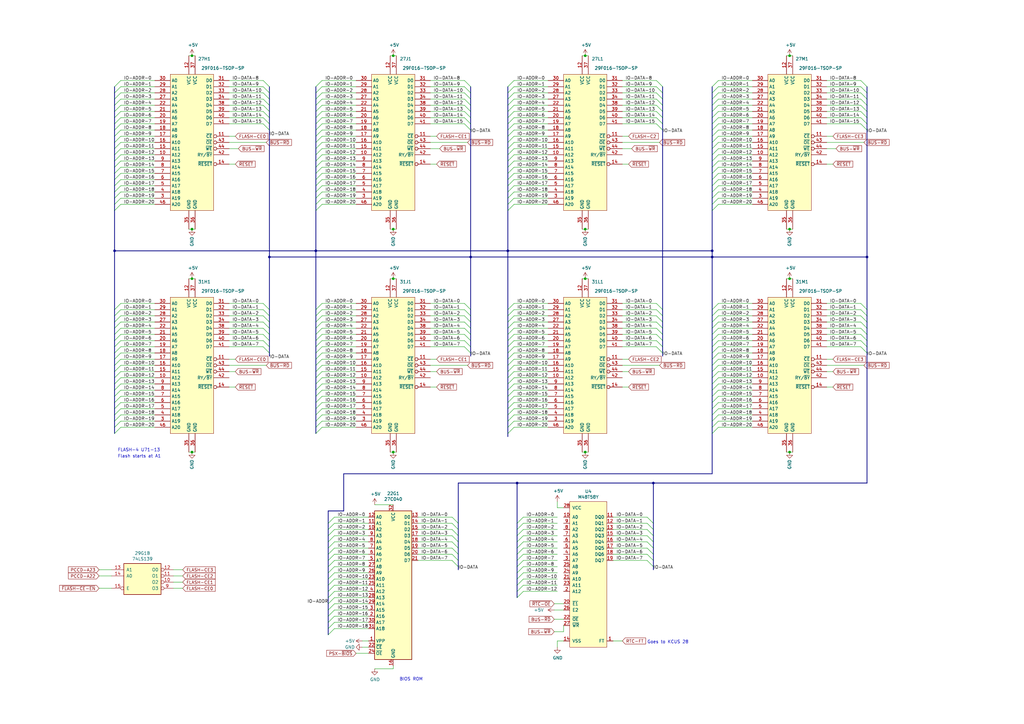
<source format=kicad_sch>
(kicad_sch (version 20211123) (generator eeschema)
  (paper "A3")
  (junction (at 240.03 185.42))
  (junction (at 208.28 102.87))
  (junction (at 323.85 114.3))
  (junction (at 292.1 105.41))
  (junction (at 161.29 22.86))
  (junction (at 78.74 114.3))
  (junction (at 129.54 102.87))
  (junction (at 267.97 198.12))
  (junction (at 161.29 114.3))
  (junction (at 323.85 185.42))
  (junction (at 240.03 93.98))
  (junction (at 323.85 22.86))
  (junction (at 110.49 105.41))
  (junction (at 46.99 102.87))
  (junction (at 193.04 105.41))
  (junction (at 240.03 22.86))
  (junction (at 292.1 102.87))
  (junction (at 212.09 198.12))
  (junction (at 355.6 105.41))
  (junction (at 323.85 93.98))
  (junction (at 78.74 93.98))
  (junction (at 78.74 22.86))
  (junction (at 161.29 93.98))
  (junction (at 78.74 185.42))
  (junction (at 240.03 114.3))
  (junction (at 161.29 185.42))
  (bus_entry (at 212.09 224.79) (size 2.54 -2.54))
  (bus_entry (at 46.99 147.32) (size 2.54 -2.54))
  (bus_entry (at 46.99 144.78) (size 2.54 -2.54))
  (bus_entry (at 208.28 127) (size 2.54 -2.54))
  (bus_entry (at 353.06 142.24) (size 2.54 2.54))
  (bus_entry (at 208.28 53.34) (size 2.54 -2.54))
  (bus_entry (at 265.43 219.71) (size 2.54 2.54))
  (bus_entry (at 212.09 219.71) (size 2.54 -2.54))
  (bus_entry (at 208.28 63.5) (size 2.54 -2.54))
  (bus_entry (at 292.1 58.42) (size 2.54 -2.54))
  (bus_entry (at 46.99 129.54) (size 2.54 -2.54))
  (bus_entry (at 353.06 124.46) (size 2.54 2.54))
  (bus_entry (at 129.54 139.7) (size 2.54 -2.54))
  (bus_entry (at 46.99 160.02) (size 2.54 -2.54))
  (bus_entry (at 185.42 229.87) (size 2.54 2.54))
  (bus_entry (at 190.5 38.1) (size 2.54 2.54))
  (bus_entry (at 129.54 43.18) (size 2.54 -2.54))
  (bus_entry (at 265.43 229.87) (size 2.54 2.54))
  (bus_entry (at 292.1 132.08) (size 2.54 -2.54))
  (bus_entry (at 190.5 124.46) (size 2.54 2.54))
  (bus_entry (at 129.54 53.34) (size 2.54 -2.54))
  (bus_entry (at 129.54 132.08) (size 2.54 -2.54))
  (bus_entry (at 292.1 172.72) (size 2.54 -2.54))
  (bus_entry (at 353.06 50.8) (size 2.54 2.54))
  (bus_entry (at 292.1 175.26) (size 2.54 -2.54))
  (bus_entry (at 134.62 229.87) (size 2.54 -2.54))
  (bus_entry (at 208.28 152.4) (size 2.54 -2.54))
  (bus_entry (at 208.28 160.02) (size 2.54 -2.54))
  (bus_entry (at 292.1 81.28) (size 2.54 -2.54))
  (bus_entry (at 208.28 86.36) (size 2.54 -2.54))
  (bus_entry (at 129.54 76.2) (size 2.54 -2.54))
  (bus_entry (at 46.99 45.72) (size 2.54 -2.54))
  (bus_entry (at 129.54 144.78) (size 2.54 -2.54))
  (bus_entry (at 129.54 81.28) (size 2.54 -2.54))
  (bus_entry (at 269.24 139.7) (size 2.54 2.54))
  (bus_entry (at 46.99 175.26) (size 2.54 -2.54))
  (bus_entry (at 46.99 76.2) (size 2.54 -2.54))
  (bus_entry (at 208.28 149.86) (size 2.54 -2.54))
  (bus_entry (at 212.09 240.03) (size 2.54 -2.54))
  (bus_entry (at 208.28 177.8) (size 2.54 -2.54))
  (bus_entry (at 292.1 157.48) (size 2.54 -2.54))
  (bus_entry (at 129.54 40.64) (size 2.54 -2.54))
  (bus_entry (at 208.28 172.72) (size 2.54 -2.54))
  (bus_entry (at 134.62 237.49) (size 2.54 -2.54))
  (bus_entry (at 292.1 40.64) (size 2.54 -2.54))
  (bus_entry (at 212.09 229.87) (size 2.54 -2.54))
  (bus_entry (at 292.1 48.26) (size 2.54 -2.54))
  (bus_entry (at 46.99 152.4) (size 2.54 -2.54))
  (bus_entry (at 129.54 73.66) (size 2.54 -2.54))
  (bus_entry (at 208.28 45.72) (size 2.54 -2.54))
  (bus_entry (at 208.28 68.58) (size 2.54 -2.54))
  (bus_entry (at 208.28 157.48) (size 2.54 -2.54))
  (bus_entry (at 129.54 149.86) (size 2.54 -2.54))
  (bus_entry (at 129.54 177.8) (size 2.54 -2.54))
  (bus_entry (at 107.95 35.56) (size 2.54 2.54))
  (bus_entry (at 185.42 227.33) (size 2.54 2.54))
  (bus_entry (at 208.28 66.04) (size 2.54 -2.54))
  (bus_entry (at 190.5 139.7) (size 2.54 2.54))
  (bus_entry (at 129.54 45.72) (size 2.54 -2.54))
  (bus_entry (at 269.24 48.26) (size 2.54 2.54))
  (bus_entry (at 269.24 142.24) (size 2.54 2.54))
  (bus_entry (at 292.1 127) (size 2.54 -2.54))
  (bus_entry (at 134.62 227.33) (size 2.54 -2.54))
  (bus_entry (at 129.54 55.88) (size 2.54 -2.54))
  (bus_entry (at 46.99 139.7) (size 2.54 -2.54))
  (bus_entry (at 292.1 68.58) (size 2.54 -2.54))
  (bus_entry (at 46.99 55.88) (size 2.54 -2.54))
  (bus_entry (at 46.99 60.96) (size 2.54 -2.54))
  (bus_entry (at 129.54 162.56) (size 2.54 -2.54))
  (bus_entry (at 292.1 129.54) (size 2.54 -2.54))
  (bus_entry (at 265.43 217.17) (size 2.54 2.54))
  (bus_entry (at 208.28 60.96) (size 2.54 -2.54))
  (bus_entry (at 292.1 45.72) (size 2.54 -2.54))
  (bus_entry (at 185.42 224.79) (size 2.54 2.54))
  (bus_entry (at 107.95 33.02) (size 2.54 2.54))
  (bus_entry (at 292.1 170.18) (size 2.54 -2.54))
  (bus_entry (at 190.5 35.56) (size 2.54 2.54))
  (bus_entry (at 353.06 137.16) (size 2.54 2.54))
  (bus_entry (at 134.62 217.17) (size 2.54 -2.54))
  (bus_entry (at 129.54 134.62) (size 2.54 -2.54))
  (bus_entry (at 190.5 33.02) (size 2.54 2.54))
  (bus_entry (at 353.06 139.7) (size 2.54 2.54))
  (bus_entry (at 265.43 212.09) (size 2.54 2.54))
  (bus_entry (at 208.28 76.2) (size 2.54 -2.54))
  (bus_entry (at 129.54 170.18) (size 2.54 -2.54))
  (bus_entry (at 46.99 50.8) (size 2.54 -2.54))
  (bus_entry (at 190.5 50.8) (size 2.54 2.54))
  (bus_entry (at 134.62 257.81) (size 2.54 -2.54))
  (bus_entry (at 292.1 142.24) (size 2.54 -2.54))
  (bus_entry (at 107.95 50.8) (size 2.54 2.54))
  (bus_entry (at 107.95 45.72) (size 2.54 2.54))
  (bus_entry (at 46.99 71.12) (size 2.54 -2.54))
  (bus_entry (at 208.28 170.18) (size 2.54 -2.54))
  (bus_entry (at 208.28 175.26) (size 2.54 -2.54))
  (bus_entry (at 46.99 48.26) (size 2.54 -2.54))
  (bus_entry (at 265.43 224.79) (size 2.54 2.54))
  (bus_entry (at 107.95 40.64) (size 2.54 2.54))
  (bus_entry (at 292.1 86.36) (size 2.54 -2.54))
  (bus_entry (at 292.1 53.34) (size 2.54 -2.54))
  (bus_entry (at 212.09 234.95) (size 2.54 -2.54))
  (bus_entry (at 208.28 154.94) (size 2.54 -2.54))
  (bus_entry (at 208.28 35.56) (size 2.54 -2.54))
  (bus_entry (at 212.09 214.63) (size 2.54 -2.54))
  (bus_entry (at 107.95 43.18) (size 2.54 2.54))
  (bus_entry (at 134.62 222.25) (size 2.54 -2.54))
  (bus_entry (at 269.24 35.56) (size 2.54 2.54))
  (bus_entry (at 208.28 83.82) (size 2.54 -2.54))
  (bus_entry (at 46.99 35.56) (size 2.54 -2.54))
  (bus_entry (at 46.99 137.16) (size 2.54 -2.54))
  (bus_entry (at 46.99 165.1) (size 2.54 -2.54))
  (bus_entry (at 190.5 45.72) (size 2.54 2.54))
  (bus_entry (at 292.1 177.8) (size 2.54 -2.54))
  (bus_entry (at 208.28 81.28) (size 2.54 -2.54))
  (bus_entry (at 46.99 154.94) (size 2.54 -2.54))
  (bus_entry (at 269.24 33.02) (size 2.54 2.54))
  (bus_entry (at 292.1 144.78) (size 2.54 -2.54))
  (bus_entry (at 129.54 157.48) (size 2.54 -2.54))
  (bus_entry (at 129.54 83.82) (size 2.54 -2.54))
  (bus_entry (at 190.5 48.26) (size 2.54 2.54))
  (bus_entry (at 269.24 43.18) (size 2.54 2.54))
  (bus_entry (at 46.99 78.74) (size 2.54 -2.54))
  (bus_entry (at 129.54 60.96) (size 2.54 -2.54))
  (bus_entry (at 353.06 43.18) (size 2.54 2.54))
  (bus_entry (at 269.24 124.46) (size 2.54 2.54))
  (bus_entry (at 269.24 40.64) (size 2.54 2.54))
  (bus_entry (at 353.06 134.62) (size 2.54 2.54))
  (bus_entry (at 129.54 78.74) (size 2.54 -2.54))
  (bus_entry (at 46.99 172.72) (size 2.54 -2.54))
  (bus_entry (at 134.62 247.65) (size 2.54 -2.54))
  (bus_entry (at 129.54 71.12) (size 2.54 -2.54))
  (bus_entry (at 185.42 214.63) (size 2.54 2.54))
  (bus_entry (at 208.28 142.24) (size 2.54 -2.54))
  (bus_entry (at 353.06 45.72) (size 2.54 2.54))
  (bus_entry (at 208.28 134.62) (size 2.54 -2.54))
  (bus_entry (at 208.28 50.8) (size 2.54 -2.54))
  (bus_entry (at 292.1 38.1) (size 2.54 -2.54))
  (bus_entry (at 292.1 43.18) (size 2.54 -2.54))
  (bus_entry (at 208.28 43.18) (size 2.54 -2.54))
  (bus_entry (at 292.1 162.56) (size 2.54 -2.54))
  (bus_entry (at 208.28 147.32) (size 2.54 -2.54))
  (bus_entry (at 129.54 142.24) (size 2.54 -2.54))
  (bus_entry (at 269.24 129.54) (size 2.54 2.54))
  (bus_entry (at 292.1 83.82) (size 2.54 -2.54))
  (bus_entry (at 107.95 48.26) (size 2.54 2.54))
  (bus_entry (at 190.5 129.54) (size 2.54 2.54))
  (bus_entry (at 292.1 78.74) (size 2.54 -2.54))
  (bus_entry (at 212.09 222.25) (size 2.54 -2.54))
  (bus_entry (at 185.42 222.25) (size 2.54 2.54))
  (bus_entry (at 129.54 63.5) (size 2.54 -2.54))
  (bus_entry (at 129.54 160.02) (size 2.54 -2.54))
  (bus_entry (at 107.95 137.16) (size 2.54 2.54))
  (bus_entry (at 46.99 162.56) (size 2.54 -2.54))
  (bus_entry (at 129.54 38.1) (size 2.54 -2.54))
  (bus_entry (at 46.99 38.1) (size 2.54 -2.54))
  (bus_entry (at 185.42 219.71) (size 2.54 2.54))
  (bus_entry (at 129.54 127) (size 2.54 -2.54))
  (bus_entry (at 185.42 212.09) (size 2.54 2.54))
  (bus_entry (at 353.06 127) (size 2.54 2.54))
  (bus_entry (at 134.62 255.27) (size 2.54 -2.54))
  (bus_entry (at 129.54 129.54) (size 2.54 -2.54))
  (bus_entry (at 292.1 71.12) (size 2.54 -2.54))
  (bus_entry (at 208.28 78.74) (size 2.54 -2.54))
  (bus_entry (at 208.28 132.08) (size 2.54 -2.54))
  (bus_entry (at 190.5 127) (size 2.54 2.54))
  (bus_entry (at 129.54 48.26) (size 2.54 -2.54))
  (bus_entry (at 107.95 129.54) (size 2.54 2.54))
  (bus_entry (at 185.42 217.17) (size 2.54 2.54))
  (bus_entry (at 292.1 134.62) (size 2.54 -2.54))
  (bus_entry (at 107.95 124.46) (size 2.54 2.54))
  (bus_entry (at 269.24 127) (size 2.54 2.54))
  (bus_entry (at 212.09 217.17) (size 2.54 -2.54))
  (bus_entry (at 292.1 63.5) (size 2.54 -2.54))
  (bus_entry (at 265.43 222.25) (size 2.54 2.54))
  (bus_entry (at 134.62 245.11) (size 2.54 -2.54))
  (bus_entry (at 212.09 242.57) (size 2.54 -2.54))
  (bus_entry (at 46.99 134.62) (size 2.54 -2.54))
  (bus_entry (at 208.28 38.1) (size 2.54 -2.54))
  (bus_entry (at 212.09 245.11) (size 2.54 -2.54))
  (bus_entry (at 208.28 129.54) (size 2.54 -2.54))
  (bus_entry (at 46.99 40.64) (size 2.54 -2.54))
  (bus_entry (at 129.54 165.1) (size 2.54 -2.54))
  (bus_entry (at 292.1 167.64) (size 2.54 -2.54))
  (bus_entry (at 190.5 137.16) (size 2.54 2.54))
  (bus_entry (at 129.54 147.32) (size 2.54 -2.54))
  (bus_entry (at 129.54 154.94) (size 2.54 -2.54))
  (bus_entry (at 292.1 149.86) (size 2.54 -2.54))
  (bus_entry (at 212.09 232.41) (size 2.54 -2.54))
  (bus_entry (at 269.24 45.72) (size 2.54 2.54))
  (bus_entry (at 46.99 68.58) (size 2.54 -2.54))
  (bus_entry (at 265.43 214.63) (size 2.54 2.54))
  (bus_entry (at 134.62 234.95) (size 2.54 -2.54))
  (bus_entry (at 190.5 40.64) (size 2.54 2.54))
  (bus_entry (at 107.95 38.1) (size 2.54 2.54))
  (bus_entry (at 269.24 134.62) (size 2.54 2.54))
  (bus_entry (at 129.54 167.64) (size 2.54 -2.54))
  (bus_entry (at 46.99 73.66) (size 2.54 -2.54))
  (bus_entry (at 353.06 40.64) (size 2.54 2.54))
  (bus_entry (at 208.28 167.64) (size 2.54 -2.54))
  (bus_entry (at 208.28 137.16) (size 2.54 -2.54))
  (bus_entry (at 129.54 152.4) (size 2.54 -2.54))
  (bus_entry (at 129.54 175.26) (size 2.54 -2.54))
  (bus_entry (at 353.06 38.1) (size 2.54 2.54))
  (bus_entry (at 134.62 219.71) (size 2.54 -2.54))
  (bus_entry (at 190.5 132.08) (size 2.54 2.54))
  (bus_entry (at 46.99 43.18) (size 2.54 -2.54))
  (bus_entry (at 208.28 48.26) (size 2.54 -2.54))
  (bus_entry (at 107.95 139.7) (size 2.54 2.54))
  (bus_entry (at 46.99 58.42) (size 2.54 -2.54))
  (bus_entry (at 46.99 142.24) (size 2.54 -2.54))
  (bus_entry (at 269.24 137.16) (size 2.54 2.54))
  (bus_entry (at 353.06 35.56) (size 2.54 2.54))
  (bus_entry (at 46.99 63.5) (size 2.54 -2.54))
  (bus_entry (at 353.06 48.26) (size 2.54 2.54))
  (bus_entry (at 292.1 76.2) (size 2.54 -2.54))
  (bus_entry (at 134.62 242.57) (size 2.54 -2.54))
  (bus_entry (at 129.54 68.58) (size 2.54 -2.54))
  (bus_entry (at 292.1 73.66) (size 2.54 -2.54))
  (bus_entry (at 129.54 35.56) (size 2.54 -2.54))
  (bus_entry (at 292.1 139.7) (size 2.54 -2.54))
  (bus_entry (at 292.1 152.4) (size 2.54 -2.54))
  (bus_entry (at 292.1 55.88) (size 2.54 -2.54))
  (bus_entry (at 134.62 232.41) (size 2.54 -2.54))
  (bus_entry (at 353.06 132.08) (size 2.54 2.54))
  (bus_entry (at 107.95 142.24) (size 2.54 2.54))
  (bus_entry (at 208.28 55.88) (size 2.54 -2.54))
  (bus_entry (at 353.06 129.54) (size 2.54 2.54))
  (bus_entry (at 134.62 240.03) (size 2.54 -2.54))
  (bus_entry (at 129.54 86.36) (size 2.54 -2.54))
  (bus_entry (at 134.62 260.35) (size 2.54 -2.54))
  (bus_entry (at 107.95 132.08) (size 2.54 2.54))
  (bus_entry (at 134.62 252.73) (size 2.54 -2.54))
  (bus_entry (at 269.24 50.8) (size 2.54 2.54))
  (bus_entry (at 212.09 227.33) (size 2.54 -2.54))
  (bus_entry (at 265.43 227.33) (size 2.54 2.54))
  (bus_entry (at 190.5 134.62) (size 2.54 2.54))
  (bus_entry (at 212.09 237.49) (size 2.54 -2.54))
  (bus_entry (at 269.24 38.1) (size 2.54 2.54))
  (bus_entry (at 208.28 139.7) (size 2.54 -2.54))
  (bus_entry (at 46.99 81.28) (size 2.54 -2.54))
  (bus_entry (at 292.1 66.04) (size 2.54 -2.54))
  (bus_entry (at 46.99 53.34) (size 2.54 -2.54))
  (bus_entry (at 107.95 134.62) (size 2.54 2.54))
  (bus_entry (at 129.54 172.72) (size 2.54 -2.54))
  (bus_entry (at 292.1 160.02) (size 2.54 -2.54))
  (bus_entry (at 129.54 50.8) (size 2.54 -2.54))
  (bus_entry (at 46.99 83.82) (size 2.54 -2.54))
  (bus_entry (at 134.62 214.63) (size 2.54 -2.54))
  (bus_entry (at 269.24 132.08) (size 2.54 2.54))
  (bus_entry (at 208.28 144.78) (size 2.54 -2.54))
  (bus_entry (at 353.06 33.02) (size 2.54 2.54))
  (bus_entry (at 46.99 149.86) (size 2.54 -2.54))
  (bus_entry (at 190.5 43.18) (size 2.54 2.54))
  (bus_entry (at 208.28 58.42) (size 2.54 -2.54))
  (bus_entry (at 292.1 60.96) (size 2.54 -2.54))
  (bus_entry (at 46.99 170.18) (size 2.54 -2.54))
  (bus_entry (at 107.95 127) (size 2.54 2.54))
  (bus_entry (at 208.28 71.12) (size 2.54 -2.54))
  (bus_entry (at 208.28 73.66) (size 2.54 -2.54))
  (bus_entry (at 46.99 157.48) (size 2.54 -2.54))
  (bus_entry (at 46.99 127) (size 2.54 -2.54))
  (bus_entry (at 190.5 142.24) (size 2.54 2.54))
  (bus_entry (at 208.28 40.64) (size 2.54 -2.54))
  (bus_entry (at 46.99 66.04) (size 2.54 -2.54))
  (bus_entry (at 134.62 224.79) (size 2.54 -2.54))
  (bus_entry (at 46.99 132.08) (size 2.54 -2.54))
  (bus_entry (at 134.62 250.19) (size 2.54 -2.54))
  (bus_entry (at 129.54 137.16) (size 2.54 -2.54))
  (bus_entry (at 292.1 147.32) (size 2.54 -2.54))
  (bus_entry (at 46.99 167.64) (size 2.54 -2.54))
  (bus_entry (at 208.28 162.56) (size 2.54 -2.54))
  (bus_entry (at 292.1 137.16) (size 2.54 -2.54))
  (bus_entry (at 292.1 154.94) (size 2.54 -2.54))
  (bus_entry (at 46.99 86.36) (size 2.54 -2.54))
  (bus_entry (at 292.1 50.8) (size 2.54 -2.54))
  (bus_entry (at 129.54 66.04) (size 2.54 -2.54))
  (bus_entry (at 292.1 165.1) (size 2.54 -2.54))
  (bus_entry (at 292.1 35.56) (size 2.54 -2.54))
  (bus_entry (at 129.54 58.42) (size 2.54 -2.54))
  (bus_entry (at 208.28 165.1) (size 2.54 -2.54))
  (bus_entry (at 46.99 177.8) (size 2.54 -2.54))
  (wire (pts (xy 49.53 68.58) (xy 63.5 68.58)))
  (bus (pts (xy 271.78 137.16) (xy 271.78 139.7)))
  (wire (pts (xy 255.27 45.72) (xy 269.24 45.72)))
  (wire (pts (xy 137.16 242.57) (xy 151.13 242.57)))
  (bus (pts (xy 134.62 237.49) (xy 134.62 240.03)))
  (bus (pts (xy 187.96 224.79) (xy 187.96 227.33)))
  (wire (pts (xy 93.98 38.1) (xy 107.95 38.1)))
  (wire (pts (xy 49.53 45.72) (xy 63.5 45.72)))
  (bus (pts (xy 46.99 102.87) (xy 129.54 102.87)))
  (wire (pts (xy 171.45 219.71) (xy 185.42 219.71)))
  (wire (pts (xy 176.53 142.24) (xy 190.5 142.24)))
  (bus (pts (xy 355.6 45.72) (xy 355.6 48.26)))
  (wire (pts (xy 49.53 66.04) (xy 63.5 66.04)))
  (wire (pts (xy 161.29 274.32) (xy 161.29 273.05)))
  (wire (pts (xy 49.53 38.1) (xy 63.5 38.1)))
  (wire (pts (xy 49.53 127) (xy 63.5 127)))
  (bus (pts (xy 208.28 144.78) (xy 208.28 147.32)))
  (wire (pts (xy 339.09 139.7) (xy 353.06 139.7)))
  (bus (pts (xy 208.28 137.16) (xy 208.28 139.7)))
  (wire (pts (xy 171.45 217.17) (xy 185.42 217.17)))
  (wire (pts (xy 294.64 124.46) (xy 308.61 124.46)))
  (wire (pts (xy 255.27 43.18) (xy 269.24 43.18)))
  (wire (pts (xy 132.08 144.78) (xy 146.05 144.78)))
  (bus (pts (xy 208.28 55.88) (xy 208.28 58.42)))
  (wire (pts (xy 339.09 33.02) (xy 353.06 33.02)))
  (wire (pts (xy 339.09 35.56) (xy 353.06 35.56)))
  (bus (pts (xy 129.54 127) (xy 129.54 129.54)))
  (wire (pts (xy 93.98 40.64) (xy 107.95 40.64)))
  (bus (pts (xy 292.1 154.94) (xy 292.1 157.48)))
  (wire (pts (xy 176.53 127) (xy 190.5 127)))
  (bus (pts (xy 208.28 73.66) (xy 208.28 76.2)))
  (bus (pts (xy 187.96 198.12) (xy 212.09 198.12)))
  (bus (pts (xy 208.28 157.48) (xy 208.28 160.02)))
  (wire (pts (xy 132.08 142.24) (xy 146.05 142.24)))
  (bus (pts (xy 193.04 105.41) (xy 292.1 105.41)))
  (wire (pts (xy 210.82 33.02) (xy 224.79 33.02)))
  (wire (pts (xy 294.64 48.26) (xy 308.61 48.26)))
  (wire (pts (xy 49.53 172.72) (xy 63.5 172.72)))
  (bus (pts (xy 212.09 198.12) (xy 212.09 214.63)))
  (wire (pts (xy 214.63 217.17) (xy 228.6 217.17)))
  (wire (pts (xy 255.27 132.08) (xy 269.24 132.08)))
  (bus (pts (xy 292.1 147.32) (xy 292.1 149.86)))
  (bus (pts (xy 271.78 45.72) (xy 271.78 48.26)))
  (bus (pts (xy 292.1 78.74) (xy 292.1 81.28)))
  (bus (pts (xy 292.1 175.26) (xy 292.1 177.8)))
  (bus (pts (xy 129.54 102.87) (xy 208.28 102.87)))
  (bus (pts (xy 129.54 81.28) (xy 129.54 83.82)))
  (wire (pts (xy 325.12 185.42) (xy 323.85 185.42)))
  (wire (pts (xy 339.09 40.64) (xy 353.06 40.64)))
  (bus (pts (xy 355.6 38.1) (xy 355.6 40.64)))
  (wire (pts (xy 176.53 35.56) (xy 190.5 35.56)))
  (bus (pts (xy 193.04 105.41) (xy 193.04 127)))
  (bus (pts (xy 134.62 232.41) (xy 134.62 234.95)))
  (wire (pts (xy 132.08 127) (xy 146.05 127)))
  (wire (pts (xy 339.09 132.08) (xy 353.06 132.08)))
  (bus (pts (xy 129.54 175.26) (xy 129.54 177.8)))
  (wire (pts (xy 132.08 167.64) (xy 146.05 167.64)))
  (wire (pts (xy 210.82 157.48) (xy 224.79 157.48)))
  (bus (pts (xy 193.04 132.08) (xy 193.04 134.62)))
  (bus (pts (xy 193.04 139.7) (xy 193.04 142.24)))
  (wire (pts (xy 132.08 45.72) (xy 146.05 45.72)))
  (bus (pts (xy 208.28 71.12) (xy 208.28 73.66)))
  (bus (pts (xy 46.99 40.64) (xy 46.99 43.18)))
  (bus (pts (xy 46.99 86.36) (xy 46.99 102.87)))
  (bus (pts (xy 46.99 48.26) (xy 46.99 50.8)))
  (wire (pts (xy 93.98 43.18) (xy 107.95 43.18)))
  (wire (pts (xy 294.64 68.58) (xy 308.61 68.58)))
  (wire (pts (xy 137.16 237.49) (xy 151.13 237.49)))
  (bus (pts (xy 208.28 177.8) (xy 208.28 179.07)))
  (wire (pts (xy 179.07 55.88) (xy 176.53 55.88)))
  (bus (pts (xy 129.54 167.64) (xy 129.54 170.18)))
  (wire (pts (xy 137.16 219.71) (xy 151.13 219.71)))
  (bus (pts (xy 267.97 198.12) (xy 267.97 214.63)))
  (bus (pts (xy 134.62 252.73) (xy 134.62 255.27)))
  (wire (pts (xy 294.64 83.82) (xy 308.61 83.82)))
  (wire (pts (xy 96.52 158.75) (xy 93.98 158.75)))
  (wire (pts (xy 294.64 134.62) (xy 308.61 134.62)))
  (bus (pts (xy 267.97 227.33) (xy 267.97 229.87)))
  (bus (pts (xy 110.49 139.7) (xy 110.49 142.24)))
  (wire (pts (xy 339.09 48.26) (xy 353.06 48.26)))
  (wire (pts (xy 162.56 22.86) (xy 161.29 22.86)))
  (wire (pts (xy 93.98 137.16) (xy 107.95 137.16)))
  (bus (pts (xy 292.1 50.8) (xy 292.1 53.34)))
  (bus (pts (xy 110.49 43.18) (xy 110.49 45.72)))
  (bus (pts (xy 129.54 170.18) (xy 129.54 172.72)))
  (wire (pts (xy 294.64 71.12) (xy 308.61 71.12)))
  (wire (pts (xy 210.82 40.64) (xy 224.79 40.64)))
  (wire (pts (xy 294.64 144.78) (xy 308.61 144.78)))
  (bus (pts (xy 271.78 43.18) (xy 271.78 45.72)))
  (wire (pts (xy 132.08 63.5) (xy 146.05 63.5)))
  (wire (pts (xy 132.08 160.02) (xy 146.05 160.02)))
  (wire (pts (xy 93.98 127) (xy 107.95 127)))
  (wire (pts (xy 294.64 33.02) (xy 308.61 33.02)))
  (wire (pts (xy 191.77 149.86) (xy 176.53 149.86)))
  (wire (pts (xy 294.64 165.1) (xy 308.61 165.1)))
  (wire (pts (xy 294.64 154.94) (xy 308.61 154.94)))
  (bus (pts (xy 292.1 157.48) (xy 292.1 160.02)))
  (bus (pts (xy 46.99 172.72) (xy 46.99 175.26)))
  (bus (pts (xy 110.49 127) (xy 110.49 129.54)))
  (wire (pts (xy 210.82 149.86) (xy 224.79 149.86)))
  (wire (pts (xy 80.01 22.86) (xy 78.74 22.86)))
  (wire (pts (xy 176.53 43.18) (xy 190.5 43.18)))
  (bus (pts (xy 212.09 198.12) (xy 267.97 198.12)))
  (wire (pts (xy 132.08 33.02) (xy 146.05 33.02)))
  (wire (pts (xy 339.09 142.24) (xy 353.06 142.24)))
  (bus (pts (xy 355.6 139.7) (xy 355.6 142.24)))
  (wire (pts (xy 255.27 142.24) (xy 269.24 142.24)))
  (bus (pts (xy 134.62 227.33) (xy 134.62 229.87)))
  (wire (pts (xy 255.27 40.64) (xy 269.24 40.64)))
  (wire (pts (xy 78.74 93.98) (xy 77.47 93.98)))
  (bus (pts (xy 292.1 172.72) (xy 292.1 175.26)))
  (wire (pts (xy 137.16 255.27) (xy 151.13 255.27)))
  (wire (pts (xy 176.53 38.1) (xy 190.5 38.1)))
  (wire (pts (xy 210.82 45.72) (xy 224.79 45.72)))
  (wire (pts (xy 323.85 114.3) (xy 322.58 114.3)))
  (wire (pts (xy 132.08 81.28) (xy 146.05 81.28)))
  (wire (pts (xy 162.56 93.98) (xy 161.29 93.98)))
  (bus (pts (xy 212.09 229.87) (xy 212.09 232.41)))
  (bus (pts (xy 110.49 45.72) (xy 110.49 48.26)))
  (wire (pts (xy 132.08 83.82) (xy 146.05 83.82)))
  (bus (pts (xy 134.62 245.11) (xy 134.62 247.65)))
  (bus (pts (xy 355.6 43.18) (xy 355.6 45.72)))
  (wire (pts (xy 93.98 142.24) (xy 107.95 142.24)))
  (wire (pts (xy 137.16 212.09) (xy 151.13 212.09)))
  (wire (pts (xy 210.82 53.34) (xy 224.79 53.34)))
  (wire (pts (xy 161.29 93.98) (xy 160.02 93.98)))
  (wire (pts (xy 294.64 172.72) (xy 308.61 172.72)))
  (wire (pts (xy 132.08 35.56) (xy 146.05 35.56)))
  (wire (pts (xy 210.82 165.1) (xy 224.79 165.1)))
  (wire (pts (xy 240.03 185.42) (xy 238.76 185.42)))
  (wire (pts (xy 210.82 78.74) (xy 224.79 78.74)))
  (wire (pts (xy 255.27 129.54) (xy 269.24 129.54)))
  (bus (pts (xy 208.28 154.94) (xy 208.28 157.48)))
  (bus (pts (xy 292.1 194.31) (xy 140.97 194.31)))
  (bus (pts (xy 140.97 194.31) (xy 140.97 209.55)))
  (wire (pts (xy 341.63 152.4) (xy 339.09 152.4)))
  (wire (pts (xy 49.53 152.4) (xy 63.5 152.4)))
  (bus (pts (xy 292.1 86.36) (xy 292.1 102.87)))
  (wire (pts (xy 228.6 262.89) (xy 228.6 265.43)))
  (bus (pts (xy 46.99 50.8) (xy 46.99 53.34)))
  (bus (pts (xy 271.78 134.62) (xy 271.78 137.16)))
  (bus (pts (xy 129.54 43.18) (xy 129.54 45.72)))
  (bus (pts (xy 267.97 217.17) (xy 267.97 219.71)))
  (wire (pts (xy 49.53 129.54) (xy 63.5 129.54)))
  (wire (pts (xy 240.03 93.98) (xy 238.76 93.98)))
  (wire (pts (xy 49.53 81.28) (xy 63.5 81.28)))
  (wire (pts (xy 210.82 63.5) (xy 224.79 63.5)))
  (bus (pts (xy 271.78 142.24) (xy 271.78 144.78)))
  (bus (pts (xy 208.28 43.18) (xy 208.28 45.72)))
  (bus (pts (xy 46.99 127) (xy 46.99 129.54)))
  (wire (pts (xy 255.27 50.8) (xy 269.24 50.8)))
  (wire (pts (xy 49.53 58.42) (xy 63.5 58.42)))
  (wire (pts (xy 257.81 67.31) (xy 255.27 67.31)))
  (wire (pts (xy 49.53 50.8) (xy 63.5 50.8)))
  (bus (pts (xy 212.09 217.17) (xy 212.09 219.71)))
  (wire (pts (xy 251.46 224.79) (xy 265.43 224.79)))
  (wire (pts (xy 270.51 58.42) (xy 255.27 58.42)))
  (wire (pts (xy 294.64 129.54) (xy 308.61 129.54)))
  (wire (pts (xy 294.64 78.74) (xy 308.61 78.74)))
  (wire (pts (xy 137.16 229.87) (xy 151.13 229.87)))
  (wire (pts (xy 214.63 222.25) (xy 228.6 222.25)))
  (wire (pts (xy 93.98 60.96) (xy 97.79 60.96)))
  (bus (pts (xy 208.28 129.54) (xy 208.28 132.08)))
  (bus (pts (xy 208.28 170.18) (xy 208.28 172.72)))
  (bus (pts (xy 267.97 214.63) (xy 267.97 217.17)))
  (wire (pts (xy 78.74 114.3) (xy 77.47 114.3)))
  (bus (pts (xy 187.96 219.71) (xy 187.96 222.25)))
  (bus (pts (xy 129.54 78.74) (xy 129.54 81.28)))
  (bus (pts (xy 134.62 209.55) (xy 140.97 209.55)))
  (bus (pts (xy 110.49 48.26) (xy 110.49 50.8)))
  (wire (pts (xy 148.59 262.89) (xy 151.13 262.89)))
  (bus (pts (xy 46.99 55.88) (xy 46.99 58.42)))
  (wire (pts (xy 137.16 224.79) (xy 151.13 224.79)))
  (bus (pts (xy 208.28 50.8) (xy 208.28 53.34)))
  (wire (pts (xy 294.64 157.48) (xy 308.61 157.48)))
  (wire (pts (xy 210.82 124.46) (xy 224.79 124.46)))
  (wire (pts (xy 241.3 114.3) (xy 240.03 114.3)))
  (bus (pts (xy 355.6 134.62) (xy 355.6 137.16)))
  (wire (pts (xy 161.29 114.3) (xy 160.02 114.3)))
  (wire (pts (xy 294.64 147.32) (xy 308.61 147.32)))
  (bus (pts (xy 129.54 63.5) (xy 129.54 66.04)))
  (bus (pts (xy 208.28 78.74) (xy 208.28 81.28)))
  (wire (pts (xy 49.53 139.7) (xy 63.5 139.7)))
  (bus (pts (xy 208.28 66.04) (xy 208.28 68.58)))
  (wire (pts (xy 132.08 162.56) (xy 146.05 162.56)))
  (wire (pts (xy 49.53 157.48) (xy 63.5 157.48)))
  (wire (pts (xy 49.53 170.18) (xy 63.5 170.18)))
  (wire (pts (xy 294.64 76.2) (xy 308.61 76.2)))
  (bus (pts (xy 292.1 170.18) (xy 292.1 172.72)))
  (bus (pts (xy 129.54 60.96) (xy 129.54 63.5)))
  (bus (pts (xy 129.54 149.86) (xy 129.54 152.4)))
  (wire (pts (xy 210.82 172.72) (xy 224.79 172.72)))
  (wire (pts (xy 93.98 134.62) (xy 107.95 134.62)))
  (wire (pts (xy 294.64 132.08) (xy 308.61 132.08)))
  (bus (pts (xy 46.99 149.86) (xy 46.99 152.4)))
  (bus (pts (xy 292.1 45.72) (xy 292.1 48.26)))
  (wire (pts (xy 179.07 152.4) (xy 176.53 152.4)))
  (bus (pts (xy 208.28 68.58) (xy 208.28 71.12)))
  (wire (pts (xy 191.77 58.42) (xy 176.53 58.42)))
  (bus (pts (xy 110.49 35.56) (xy 110.49 38.1)))
  (wire (pts (xy 257.81 158.75) (xy 255.27 158.75)))
  (wire (pts (xy 210.82 139.7) (xy 224.79 139.7)))
  (wire (pts (xy 40.64 241.3) (xy 45.72 241.3)))
  (bus (pts (xy 46.99 162.56) (xy 46.99 165.1)))
  (wire (pts (xy 210.82 167.64) (xy 224.79 167.64)))
  (wire (pts (xy 153.67 274.32) (xy 161.29 274.32)))
  (bus (pts (xy 46.99 129.54) (xy 46.99 132.08)))
  (bus (pts (xy 110.49 142.24) (xy 110.49 144.78)))
  (bus (pts (xy 46.99 73.66) (xy 46.99 76.2)))
  (bus (pts (xy 46.99 81.28) (xy 46.99 83.82)))
  (wire (pts (xy 132.08 68.58) (xy 146.05 68.58)))
  (bus (pts (xy 129.54 172.72) (xy 129.54 175.26)))
  (wire (pts (xy 49.53 60.96) (xy 63.5 60.96)))
  (bus (pts (xy 46.99 102.87) (xy 46.99 127)))
  (bus (pts (xy 46.99 144.78) (xy 46.99 147.32)))
  (bus (pts (xy 208.28 127) (xy 208.28 129.54)))
  (wire (pts (xy 40.64 236.22) (xy 45.72 236.22)))
  (wire (pts (xy 294.64 175.26) (xy 308.61 175.26)))
  (wire (pts (xy 78.74 22.86) (xy 77.47 22.86)))
  (bus (pts (xy 110.49 105.41) (xy 110.49 127)))
  (bus (pts (xy 271.78 40.64) (xy 271.78 43.18)))
  (wire (pts (xy 214.63 242.57) (xy 228.6 242.57)))
  (wire (pts (xy 49.53 40.64) (xy 63.5 40.64)))
  (bus (pts (xy 208.28 160.02) (xy 208.28 162.56)))
  (wire (pts (xy 49.53 124.46) (xy 63.5 124.46)))
  (bus (pts (xy 267.97 219.71) (xy 267.97 222.25)))
  (wire (pts (xy 255.27 134.62) (xy 269.24 134.62)))
  (bus (pts (xy 134.62 257.81) (xy 134.62 260.35)))
  (wire (pts (xy 137.16 252.73) (xy 151.13 252.73)))
  (bus (pts (xy 129.54 35.56) (xy 129.54 38.1)))
  (bus (pts (xy 110.49 105.41) (xy 193.04 105.41)))
  (bus (pts (xy 355.6 144.78) (xy 355.6 198.12)))
  (wire (pts (xy 339.09 60.96) (xy 342.9 60.96)))
  (wire (pts (xy 325.12 22.86) (xy 323.85 22.86)))
  (wire (pts (xy 210.82 58.42) (xy 224.79 58.42)))
  (bus (pts (xy 292.1 105.41) (xy 355.6 105.41)))
  (wire (pts (xy 339.09 38.1) (xy 353.06 38.1)))
  (bus (pts (xy 355.6 53.34) (xy 355.6 105.41)))
  (wire (pts (xy 294.64 160.02) (xy 308.61 160.02)))
  (wire (pts (xy 93.98 48.26) (xy 107.95 48.26)))
  (wire (pts (xy 49.53 149.86) (xy 63.5 149.86)))
  (wire (pts (xy 176.53 60.96) (xy 180.34 60.96)))
  (wire (pts (xy 227.33 259.08) (xy 231.14 259.08)))
  (wire (pts (xy 132.08 76.2) (xy 146.05 76.2)))
  (bus (pts (xy 110.49 38.1) (xy 110.49 40.64)))
  (bus (pts (xy 292.1 38.1) (xy 292.1 40.64)))
  (bus (pts (xy 129.54 73.66) (xy 129.54 76.2)))
  (wire (pts (xy 49.53 55.88) (xy 63.5 55.88)))
  (wire (pts (xy 255.27 35.56) (xy 269.24 35.56)))
  (wire (pts (xy 255.27 124.46) (xy 269.24 124.46)))
  (bus (pts (xy 187.96 198.12) (xy 187.96 214.63)))
  (wire (pts (xy 132.08 129.54) (xy 146.05 129.54)))
  (wire (pts (xy 93.98 132.08) (xy 107.95 132.08)))
  (wire (pts (xy 210.82 60.96) (xy 224.79 60.96)))
  (bus (pts (xy 355.6 137.16) (xy 355.6 139.7)))
  (wire (pts (xy 210.82 81.28) (xy 224.79 81.28)))
  (wire (pts (xy 132.08 134.62) (xy 146.05 134.62)))
  (bus (pts (xy 267.97 222.25) (xy 267.97 224.79)))
  (bus (pts (xy 46.99 35.56) (xy 46.99 38.1)))
  (bus (pts (xy 271.78 144.78) (xy 271.78 146.05)))
  (bus (pts (xy 46.99 154.94) (xy 46.99 157.48)))
  (bus (pts (xy 193.04 48.26) (xy 193.04 50.8)))
  (wire (pts (xy 49.53 76.2) (xy 63.5 76.2)))
  (wire (pts (xy 93.98 45.72) (xy 107.95 45.72)))
  (bus (pts (xy 271.78 139.7) (xy 271.78 142.24)))
  (wire (pts (xy 255.27 33.02) (xy 269.24 33.02)))
  (bus (pts (xy 129.54 66.04) (xy 129.54 68.58)))
  (bus (pts (xy 208.28 175.26) (xy 208.28 177.8)))
  (wire (pts (xy 137.16 245.11) (xy 151.13 245.11)))
  (bus (pts (xy 46.99 167.64) (xy 46.99 170.18)))
  (bus (pts (xy 129.54 50.8) (xy 129.54 53.34)))
  (bus (pts (xy 208.28 58.42) (xy 208.28 60.96)))
  (wire (pts (xy 227.33 247.65) (xy 231.14 247.65)))
  (bus (pts (xy 208.28 102.87) (xy 208.28 127)))
  (bus (pts (xy 355.6 40.64) (xy 355.6 43.18)))
  (wire (pts (xy 294.64 63.5) (xy 308.61 63.5)))
  (wire (pts (xy 176.53 124.46) (xy 190.5 124.46)))
  (wire (pts (xy 49.53 147.32) (xy 63.5 147.32)))
  (wire (pts (xy 132.08 165.1) (xy 146.05 165.1)))
  (bus (pts (xy 292.1 43.18) (xy 292.1 45.72)))
  (bus (pts (xy 292.1 60.96) (xy 292.1 63.5)))
  (bus (pts (xy 46.99 132.08) (xy 46.99 134.62)))
  (wire (pts (xy 231.14 259.08) (xy 231.14 256.54)))
  (bus (pts (xy 355.6 129.54) (xy 355.6 132.08)))
  (wire (pts (xy 214.63 234.95) (xy 228.6 234.95)))
  (wire (pts (xy 210.82 132.08) (xy 224.79 132.08)))
  (bus (pts (xy 134.62 214.63) (xy 134.62 217.17)))
  (bus (pts (xy 46.99 60.96) (xy 46.99 63.5)))
  (wire (pts (xy 323.85 185.42) (xy 322.58 185.42)))
  (bus (pts (xy 46.99 152.4) (xy 46.99 154.94)))
  (bus (pts (xy 355.6 132.08) (xy 355.6 134.62)))
  (wire (pts (xy 132.08 132.08) (xy 146.05 132.08)))
  (wire (pts (xy 171.45 212.09) (xy 185.42 212.09)))
  (bus (pts (xy 134.62 234.95) (xy 134.62 237.49)))
  (wire (pts (xy 240.03 114.3) (xy 238.76 114.3)))
  (wire (pts (xy 176.53 139.7) (xy 190.5 139.7)))
  (bus (pts (xy 134.62 229.87) (xy 134.62 232.41)))
  (bus (pts (xy 208.28 60.96) (xy 208.28 63.5)))
  (bus (pts (xy 208.28 40.64) (xy 208.28 43.18)))
  (bus (pts (xy 193.04 50.8) (xy 193.04 53.34)))
  (wire (pts (xy 341.63 67.31) (xy 339.09 67.31)))
  (bus (pts (xy 292.1 68.58) (xy 292.1 71.12)))
  (wire (pts (xy 176.53 40.64) (xy 190.5 40.64)))
  (wire (pts (xy 171.45 224.79) (xy 185.42 224.79)))
  (wire (pts (xy 255.27 38.1) (xy 269.24 38.1)))
  (wire (pts (xy 323.85 22.86) (xy 322.58 22.86)))
  (bus (pts (xy 110.49 40.64) (xy 110.49 43.18)))
  (wire (pts (xy 210.82 142.24) (xy 224.79 142.24)))
  (bus (pts (xy 355.6 48.26) (xy 355.6 50.8)))
  (bus (pts (xy 129.54 55.88) (xy 129.54 58.42)))
  (bus (pts (xy 271.78 127) (xy 271.78 129.54)))
  (wire (pts (xy 132.08 170.18) (xy 146.05 170.18)))
  (bus (pts (xy 46.99 71.12) (xy 46.99 73.66)))
  (bus (pts (xy 212.09 227.33) (xy 212.09 229.87)))
  (bus (pts (xy 267.97 198.12) (xy 355.6 198.12)))
  (bus (pts (xy 292.1 149.86) (xy 292.1 152.4)))
  (wire (pts (xy 214.63 224.79) (xy 228.6 224.79)))
  (bus (pts (xy 193.04 127) (xy 193.04 129.54)))
  (wire (pts (xy 341.63 158.75) (xy 339.09 158.75)))
  (wire (pts (xy 339.09 50.8) (xy 353.06 50.8)))
  (wire (pts (xy 132.08 154.94) (xy 146.05 154.94)))
  (wire (pts (xy 49.53 175.26) (xy 63.5 175.26)))
  (wire (pts (xy 137.16 247.65) (xy 151.13 247.65)))
  (wire (pts (xy 210.82 175.26) (xy 224.79 175.26)))
  (wire (pts (xy 132.08 157.48) (xy 146.05 157.48)))
  (bus (pts (xy 46.99 157.48) (xy 46.99 160.02)))
  (bus (pts (xy 46.99 68.58) (xy 46.99 71.12)))
  (wire (pts (xy 210.82 55.88) (xy 224.79 55.88)))
  (wire (pts (xy 132.08 124.46) (xy 146.05 124.46)))
  (wire (pts (xy 132.08 147.32) (xy 146.05 147.32)))
  (wire (pts (xy 341.63 147.32) (xy 339.09 147.32)))
  (bus (pts (xy 292.1 76.2) (xy 292.1 78.74)))
  (bus (pts (xy 193.04 35.56) (xy 193.04 38.1)))
  (bus (pts (xy 129.54 154.94) (xy 129.54 157.48)))
  (wire (pts (xy 96.52 147.32) (xy 93.98 147.32)))
  (bus (pts (xy 134.62 240.03) (xy 134.62 242.57)))
  (bus (pts (xy 292.1 139.7) (xy 292.1 142.24)))
  (bus (pts (xy 212.09 222.25) (xy 212.09 224.79)))
  (wire (pts (xy 210.82 71.12) (xy 224.79 71.12)))
  (wire (pts (xy 251.46 214.63) (xy 265.43 214.63)))
  (bus (pts (xy 187.96 217.17) (xy 187.96 219.71)))
  (bus (pts (xy 212.09 224.79) (xy 212.09 227.33)))
  (bus (pts (xy 129.54 53.34) (xy 129.54 55.88)))
  (wire (pts (xy 132.08 149.86) (xy 146.05 149.86)))
  (wire (pts (xy 294.64 167.64) (xy 308.61 167.64)))
  (wire (pts (xy 137.16 240.03) (xy 151.13 240.03)))
  (bus (pts (xy 193.04 38.1) (xy 193.04 40.64)))
  (bus (pts (xy 292.1 40.64) (xy 292.1 43.18)))
  (bus (pts (xy 292.1 142.24) (xy 292.1 144.78)))
  (wire (pts (xy 210.82 50.8) (xy 224.79 50.8)))
  (bus (pts (xy 292.1 134.62) (xy 292.1 137.16)))
  (bus (pts (xy 129.54 129.54) (xy 129.54 132.08)))
  (wire (pts (xy 49.53 144.78) (xy 63.5 144.78)))
  (wire (pts (xy 132.08 55.88) (xy 146.05 55.88)))
  (wire (pts (xy 176.53 33.02) (xy 190.5 33.02)))
  (wire (pts (xy 45.72 233.68) (xy 40.64 233.68)))
  (wire (pts (xy 137.16 234.95) (xy 151.13 234.95)))
  (bus (pts (xy 129.54 134.62) (xy 129.54 137.16)))
  (bus (pts (xy 271.78 48.26) (xy 271.78 50.8)))
  (bus (pts (xy 208.28 139.7) (xy 208.28 142.24)))
  (bus (pts (xy 208.28 142.24) (xy 208.28 144.78)))
  (bus (pts (xy 208.28 81.28) (xy 208.28 83.82)))
  (wire (pts (xy 179.07 158.75) (xy 176.53 158.75)))
  (wire (pts (xy 294.64 137.16) (xy 308.61 137.16)))
  (wire (pts (xy 339.09 124.46) (xy 353.06 124.46)))
  (wire (pts (xy 49.53 63.5) (xy 63.5 63.5)))
  (wire (pts (xy 132.08 48.26) (xy 146.05 48.26)))
  (wire (pts (xy 146.05 267.97) (xy 151.13 267.97)))
  (wire (pts (xy 240.03 22.86) (xy 238.76 22.86)))
  (wire (pts (xy 339.09 127) (xy 353.06 127)))
  (wire (pts (xy 257.81 147.32) (xy 255.27 147.32)))
  (bus (pts (xy 129.54 71.12) (xy 129.54 73.66)))
  (wire (pts (xy 161.29 185.42) (xy 160.02 185.42)))
  (wire (pts (xy 132.08 60.96) (xy 146.05 60.96)))
  (wire (pts (xy 49.53 165.1) (xy 63.5 165.1)))
  (wire (pts (xy 176.53 48.26) (xy 190.5 48.26)))
  (wire (pts (xy 49.53 154.94) (xy 63.5 154.94)))
  (wire (pts (xy 294.64 45.72) (xy 308.61 45.72)))
  (wire (pts (xy 96.52 67.31) (xy 93.98 67.31)))
  (wire (pts (xy 137.16 257.81) (xy 151.13 257.81)))
  (bus (pts (xy 208.28 53.34) (xy 208.28 55.88)))
  (bus (pts (xy 212.09 237.49) (xy 212.09 240.03)))
  (bus (pts (xy 46.99 139.7) (xy 46.99 142.24)))
  (wire (pts (xy 179.07 147.32) (xy 176.53 147.32)))
  (wire (pts (xy 148.59 265.43) (xy 151.13 265.43)))
  (bus (pts (xy 129.54 144.78) (xy 129.54 147.32)))
  (wire (pts (xy 210.82 127) (xy 224.79 127)))
  (wire (pts (xy 294.64 43.18) (xy 308.61 43.18)))
  (bus (pts (xy 271.78 50.8) (xy 271.78 53.34)))
  (bus (pts (xy 212.09 214.63) (xy 212.09 217.17)))
  (bus (pts (xy 355.6 105.41) (xy 355.6 127)))
  (wire (pts (xy 49.53 78.74) (xy 63.5 78.74)))
  (wire (pts (xy 96.52 152.4) (xy 93.98 152.4)))
  (wire (pts (xy 137.16 222.25) (xy 151.13 222.25)))
  (wire (pts (xy 294.64 139.7) (xy 308.61 139.7)))
  (wire (pts (xy 354.33 58.42) (xy 339.09 58.42)))
  (bus (pts (xy 292.1 48.26) (xy 292.1 50.8)))
  (wire (pts (xy 210.82 147.32) (xy 224.79 147.32)))
  (bus (pts (xy 46.99 63.5) (xy 46.99 66.04)))
  (wire (pts (xy 80.01 114.3) (xy 78.74 114.3)))
  (bus (pts (xy 46.99 147.32) (xy 46.99 149.86)))
  (wire (pts (xy 93.98 129.54) (xy 107.95 129.54)))
  (wire (pts (xy 294.64 38.1) (xy 308.61 38.1)))
  (wire (pts (xy 93.98 33.02) (xy 107.95 33.02)))
  (bus (pts (xy 208.28 45.72) (xy 208.28 48.26)))
  (bus (pts (xy 193.04 137.16) (xy 193.04 139.7)))
  (bus (pts (xy 292.1 132.08) (xy 292.1 134.62)))
  (bus (pts (xy 208.28 48.26) (xy 208.28 50.8)))
  (wire (pts (xy 49.53 48.26) (xy 63.5 48.26)))
  (bus (pts (xy 129.54 147.32) (xy 129.54 149.86)))
  (bus (pts (xy 292.1 105.41) (xy 292.1 127)))
  (wire (pts (xy 93.98 124.46) (xy 107.95 124.46)))
  (bus (pts (xy 292.1 152.4) (xy 292.1 154.94)))
  (wire (pts (xy 132.08 71.12) (xy 146.05 71.12)))
  (wire (pts (xy 251.46 229.87) (xy 265.43 229.87)))
  (wire (pts (xy 49.53 53.34) (xy 63.5 53.34)))
  (wire (pts (xy 227.33 254) (xy 231.14 254)))
  (bus (pts (xy 129.54 102.87) (xy 129.54 127)))
  (bus (pts (xy 292.1 160.02) (xy 292.1 162.56)))
  (bus (pts (xy 208.28 165.1) (xy 208.28 167.64)))
  (wire (pts (xy 210.82 134.62) (xy 224.79 134.62)))
  (wire (pts (xy 294.64 142.24) (xy 308.61 142.24)))
  (bus (pts (xy 208.28 63.5) (xy 208.28 66.04)))
  (bus (pts (xy 212.09 240.03) (xy 212.09 242.57)))
  (bus (pts (xy 271.78 38.1) (xy 271.78 40.64)))
  (wire (pts (xy 49.53 160.02) (xy 63.5 160.02)))
  (wire (pts (xy 325.12 114.3) (xy 323.85 114.3)))
  (wire (pts (xy 255.27 262.89) (xy 251.46 262.89)))
  (wire (pts (xy 294.64 127) (xy 308.61 127)))
  (bus (pts (xy 134.62 255.27) (xy 134.62 257.81)))
  (wire (pts (xy 294.64 50.8) (xy 308.61 50.8)))
  (bus (pts (xy 46.99 142.24) (xy 46.99 144.78)))
  (bus (pts (xy 267.97 232.41) (xy 267.97 233.68)))
  (wire (pts (xy 294.64 73.66) (xy 308.61 73.66)))
  (bus (pts (xy 129.54 68.58) (xy 129.54 71.12)))
  (bus (pts (xy 134.62 250.19) (xy 134.62 252.73)))
  (wire (pts (xy 210.82 73.66) (xy 224.79 73.66)))
  (bus (pts (xy 129.54 162.56) (xy 129.54 165.1)))
  (bus (pts (xy 208.28 35.56) (xy 208.28 38.1)))
  (bus (pts (xy 208.28 162.56) (xy 208.28 165.1)))
  (wire (pts (xy 132.08 152.4) (xy 146.05 152.4)))
  (bus (pts (xy 271.78 35.56) (xy 271.78 38.1)))
  (bus (pts (xy 193.04 144.78) (xy 193.04 146.05)))
  (bus (pts (xy 46.99 66.04) (xy 46.99 68.58)))
  (wire (pts (xy 228.6 208.28) (xy 228.6 205.74)))
  (bus (pts (xy 46.99 53.34) (xy 46.99 55.88)))
  (bus (pts (xy 212.09 219.71) (xy 212.09 222.25)))
  (bus (pts (xy 129.54 137.16) (xy 129.54 139.7)))
  (bus (pts (xy 46.99 175.26) (xy 46.99 177.8)))
  (bus (pts (xy 129.54 160.02) (xy 129.54 162.56)))
  (wire (pts (xy 109.22 149.86) (xy 93.98 149.86)))
  (wire (pts (xy 137.16 217.17) (xy 151.13 217.17)))
  (wire (pts (xy 74.93 233.68) (xy 71.12 233.68)))
  (bus (pts (xy 46.99 83.82) (xy 46.99 86.36)))
  (bus (pts (xy 292.1 53.34) (xy 292.1 55.88)))
  (bus (pts (xy 46.99 137.16) (xy 46.99 139.7)))
  (bus (pts (xy 129.54 83.82) (xy 129.54 86.36)))
  (wire (pts (xy 214.63 229.87) (xy 228.6 229.87)))
  (wire (pts (xy 257.81 152.4) (xy 255.27 152.4)))
  (wire (pts (xy 96.52 55.88) (xy 93.98 55.88)))
  (bus (pts (xy 208.28 132.08) (xy 208.28 134.62)))
  (wire (pts (xy 241.3 22.86) (xy 240.03 22.86)))
  (bus (pts (xy 193.04 134.62) (xy 193.04 137.16)))
  (wire (pts (xy 231.14 262.89) (xy 228.6 262.89)))
  (wire (pts (xy 214.63 237.49) (xy 228.6 237.49)))
  (wire (pts (xy 339.09 45.72) (xy 353.06 45.72)))
  (wire (pts (xy 132.08 58.42) (xy 146.05 58.42)))
  (wire (pts (xy 210.82 66.04) (xy 224.79 66.04)))
  (wire (pts (xy 176.53 45.72) (xy 190.5 45.72)))
  (wire (pts (xy 210.82 38.1) (xy 224.79 38.1)))
  (wire (pts (xy 251.46 212.09) (xy 265.43 212.09)))
  (wire (pts (xy 176.53 50.8) (xy 190.5 50.8)))
  (wire (pts (xy 210.82 48.26) (xy 224.79 48.26)))
  (wire (pts (xy 251.46 217.17) (xy 265.43 217.17)))
  (wire (pts (xy 210.82 152.4) (xy 224.79 152.4)))
  (bus (pts (xy 292.1 83.82) (xy 292.1 86.36)))
  (bus (pts (xy 46.99 165.1) (xy 46.99 167.64)))
  (wire (pts (xy 210.82 129.54) (xy 224.79 129.54)))
  (bus (pts (xy 129.54 165.1) (xy 129.54 167.64)))
  (bus (pts (xy 212.09 234.95) (xy 212.09 237.49)))
  (bus (pts (xy 187.96 232.41) (xy 187.96 233.68)))
  (wire (pts (xy 171.45 214.63) (xy 185.42 214.63)))
  (bus (pts (xy 292.1 55.88) (xy 292.1 58.42)))
  (bus (pts (xy 208.28 172.72) (xy 208.28 175.26)))
  (wire (pts (xy 171.45 222.25) (xy 185.42 222.25)))
  (bus (pts (xy 208.28 76.2) (xy 208.28 78.74)))
  (wire (pts (xy 251.46 227.33) (xy 265.43 227.33)))
  (bus (pts (xy 129.54 48.26) (xy 129.54 50.8)))
  (wire (pts (xy 251.46 219.71) (xy 265.43 219.71)))
  (bus (pts (xy 134.62 224.79) (xy 134.62 227.33)))
  (bus (pts (xy 46.99 43.18) (xy 46.99 45.72)))
  (wire (pts (xy 294.64 81.28) (xy 308.61 81.28)))
  (bus (pts (xy 292.1 167.64) (xy 292.1 170.18)))
  (bus (pts (xy 110.49 53.34) (xy 110.49 105.41)))
  (bus (pts (xy 46.99 134.62) (xy 46.99 137.16)))
  (wire (pts (xy 176.53 132.08) (xy 190.5 132.08)))
  (wire (pts (xy 294.64 53.34) (xy 308.61 53.34)))
  (wire (pts (xy 49.53 167.64) (xy 63.5 167.64)))
  (bus (pts (xy 129.54 132.08) (xy 129.54 134.62)))
  (bus (pts (xy 355.6 142.24) (xy 355.6 144.78)))
  (bus (pts (xy 110.49 137.16) (xy 110.49 139.7)))
  (bus (pts (xy 129.54 157.48) (xy 129.54 160.02)))
  (wire (pts (xy 210.82 137.16) (xy 224.79 137.16)))
  (wire (pts (xy 241.3 185.42) (xy 240.03 185.42)))
  (bus (pts (xy 46.99 45.72) (xy 46.99 48.26)))
  (bus (pts (xy 292.1 137.16) (xy 292.1 139.7)))
  (wire (pts (xy 162.56 114.3) (xy 161.29 114.3)))
  (bus (pts (xy 110.49 144.78) (xy 110.49 146.05)))
  (wire (pts (xy 257.81 55.88) (xy 255.27 55.88)))
  (wire (pts (xy 294.64 152.4) (xy 308.61 152.4)))
  (wire (pts (xy 162.56 185.42) (xy 161.29 185.42)))
  (bus (pts (xy 292.1 58.42) (xy 292.1 60.96)))
  (wire (pts (xy 210.82 76.2) (xy 224.79 76.2)))
  (wire (pts (xy 294.64 40.64) (xy 308.61 40.64)))
  (bus (pts (xy 187.96 214.63) (xy 187.96 217.17)))
  (bus (pts (xy 129.54 139.7) (xy 129.54 142.24)))
  (bus (pts (xy 212.09 232.41) (xy 212.09 234.95)))
  (bus (pts (xy 129.54 86.36) (xy 129.54 102.87)))
  (wire (pts (xy 294.64 60.96) (xy 308.61 60.96)))
  (wire (pts (xy 49.53 134.62) (xy 63.5 134.62)))
  (wire (pts (xy 80.01 93.98) (xy 78.74 93.98)))
  (bus (pts (xy 134.62 242.57) (xy 134.62 245.11)))
  (wire (pts (xy 210.82 83.82) (xy 224.79 83.82)))
  (bus (pts (xy 208.28 152.4) (xy 208.28 154.94)))
  (wire (pts (xy 132.08 137.16) (xy 146.05 137.16)))
  (wire (pts (xy 339.09 129.54) (xy 353.06 129.54)))
  (wire (pts (xy 214.63 240.03) (xy 228.6 240.03)))
  (bus (pts (xy 208.28 134.62) (xy 208.28 137.16)))
  (wire (pts (xy 74.93 241.3) (xy 71.12 241.3)))
  (wire (pts (xy 49.53 137.16) (xy 63.5 137.16)))
  (bus (pts (xy 129.54 58.42) (xy 129.54 60.96)))
  (bus (pts (xy 193.04 45.72) (xy 193.04 48.26)))
  (wire (pts (xy 176.53 134.62) (xy 190.5 134.62)))
  (wire (pts (xy 325.12 93.98) (xy 323.85 93.98)))
  (wire (pts (xy 132.08 78.74) (xy 146.05 78.74)))
  (wire (pts (xy 132.08 43.18) (xy 146.05 43.18)))
  (bus (pts (xy 292.1 35.56) (xy 292.1 38.1)))
  (bus (pts (xy 208.28 86.36) (xy 208.28 102.87)))
  (wire (pts (xy 171.45 227.33) (xy 185.42 227.33)))
  (wire (pts (xy 231.14 208.28) (xy 228.6 208.28)))
  (wire (pts (xy 109.22 58.42) (xy 93.98 58.42)))
  (wire (pts (xy 132.08 53.34) (xy 146.05 53.34)))
  (bus (pts (xy 187.96 222.25) (xy 187.96 224.79)))
  (wire (pts (xy 255.27 137.16) (xy 269.24 137.16)))
  (wire (pts (xy 294.64 66.04) (xy 308.61 66.04)))
  (wire (pts (xy 210.82 68.58) (xy 224.79 68.58)))
  (wire (pts (xy 294.64 170.18) (xy 308.61 170.18)))
  (bus (pts (xy 292.1 144.78) (xy 292.1 147.32)))
  (bus (pts (xy 129.54 142.24) (xy 129.54 144.78)))
  (bus (pts (xy 129.54 38.1) (xy 129.54 40.64)))
  (wire (pts (xy 294.64 149.86) (xy 308.61 149.86)))
  (bus (pts (xy 129.54 40.64) (xy 129.54 43.18)))
  (wire (pts (xy 255.27 139.7) (xy 269.24 139.7)))
  (bus (pts (xy 46.99 76.2) (xy 46.99 78.74)))
  (wire (pts (xy 132.08 73.66) (xy 146.05 73.66)))
  (wire (pts (xy 49.53 162.56) (xy 63.5 162.56)))
  (bus (pts (xy 134.62 222.25) (xy 134.62 224.79)))
  (bus (pts (xy 187.96 227.33) (xy 187.96 229.87)))
  (wire (pts (xy 323.85 93.98) (xy 322.58 93.98)))
  (wire (pts (xy 49.53 132.08) (xy 63.5 132.08)))
  (wire (pts (xy 251.46 222.25) (xy 265.43 222.25)))
  (wire (pts (xy 74.93 236.22) (xy 71.12 236.22)))
  (wire (pts (xy 132.08 139.7) (xy 146.05 139.7)))
  (bus (pts (xy 110.49 129.54) (xy 110.49 132.08)))
  (bus (pts (xy 208.28 102.87) (xy 292.1 102.87)))
  (wire (pts (xy 210.82 43.18) (xy 224.79 43.18)))
  (wire (pts (xy 137.16 250.19) (xy 151.13 250.19)))
  (wire (pts (xy 255.27 48.26) (xy 269.24 48.26)))
  (wire (pts (xy 294.64 35.56) (xy 308.61 35.56)))
  (wire (pts (xy 341.63 55.88) (xy 339.09 55.88)))
  (wire (pts (xy 93.98 50.8) (xy 107.95 50.8)))
  (bus (pts (xy 208.28 83.82) (xy 208.28 86.36)))
  (bus (pts (xy 129.54 76.2) (xy 129.54 78.74)))
  (bus (pts (xy 267.97 229.87) (xy 267.97 232.41)))
  (bus (pts (xy 193.04 142.24) (xy 193.04 144.78)))
  (bus (pts (xy 46.99 78.74) (xy 46.99 81.28)))
  (wire (pts (xy 137.16 232.41) (xy 151.13 232.41)))
  (bus (pts (xy 292.1 63.5) (xy 292.1 66.04)))
  (wire (pts (xy 49.53 33.02) (xy 63.5 33.02)))
  (wire (pts (xy 93.98 139.7) (xy 107.95 139.7)))
  (wire (pts (xy 132.08 38.1) (xy 146.05 38.1)))
  (wire (pts (xy 80.01 185.42) (xy 78.74 185.42)))
  (wire (pts (xy 210.82 35.56) (xy 224.79 35.56)))
  (bus (pts (xy 134.62 217.17) (xy 134.62 219.71)))
  (wire (pts (xy 210.82 144.78) (xy 224.79 144.78)))
  (wire (pts (xy 210.82 160.02) (xy 224.79 160.02)))
  (wire (pts (xy 339.09 43.18) (xy 353.06 43.18)))
  (wire (pts (xy 132.08 175.26) (xy 146.05 175.26)))
  (bus (pts (xy 292.1 162.56) (xy 292.1 165.1)))
  (wire (pts (xy 78.74 185.42) (xy 77.47 185.42)))
  (bus (pts (xy 208.28 149.86) (xy 208.28 152.4)))
  (bus (pts (xy 271.78 53.34) (xy 271.78 127)))
  (wire (pts (xy 132.08 40.64) (xy 146.05 40.64)))
  (wire (pts (xy 294.64 58.42) (xy 308.61 58.42)))
  (bus (pts (xy 267.97 224.79) (xy 267.97 227.33)))
  (wire (pts (xy 210.82 162.56) (xy 224.79 162.56)))
  (wire (pts (xy 179.07 67.31) (xy 176.53 67.31)))
  (bus (pts (xy 292.1 71.12) (xy 292.1 73.66)))
  (bus (pts (xy 212.09 242.57) (xy 212.09 245.11)))
  (bus (pts (xy 134.62 247.65) (xy 134.62 250.19)))
  (wire (pts (xy 294.64 162.56) (xy 308.61 162.56)))
  (bus (pts (xy 355.6 50.8) (xy 355.6 53.34)))
  (wire (pts (xy 176.53 129.54) (xy 190.5 129.54)))
  (wire (pts (xy 153.67 207.01) (xy 161.29 207.01)))
  (wire (pts (xy 214.63 219.71) (xy 228.6 219.71)))
  (bus (pts (xy 193.04 40.64) (xy 193.04 43.18)))
  (bus (pts (xy 271.78 132.08) (xy 271.78 134.62)))
  (bus (pts (xy 271.78 129.54) (xy 271.78 132.08)))
  (wire (pts (xy 132.08 172.72) (xy 146.05 172.72)))
  (bus (pts (xy 46.99 38.1) (xy 46.99 40.64)))
  (wire (pts (xy 214.63 232.41) (xy 228.6 232.41)))
  (wire (pts (xy 214.63 227.33) (xy 228.6 227.33)))
  (wire (pts (xy 161.29 22.86) (xy 160.02 22.86)))
  (wire (pts (xy 74.93 238.76) (xy 71.12 238.76)))
  (wire (pts (xy 49.53 83.82) (xy 63.5 83.82)))
  (bus (pts (xy 208.28 167.64) (xy 208.28 170.18)))
  (bus (pts (xy 129.54 152.4) (xy 129.54 154.94)))
  (bus (pts (xy 208.28 147.32) (xy 208.28 149.86)))
  (bus (pts (xy 292.1 81.28) (xy 292.1 83.82)))
  (bus (pts (xy 46.99 160.02) (xy 46.99 162.56)))
  (wire (pts (xy 132.08 66.04) (xy 146.05 66.04)))
  (wire (pts (xy 137.16 214.63) (xy 151.13 214.63)))
  (wire (pts (xy 210.82 154.94) (xy 224.79 154.94)))
  (bus (pts (xy 208.28 38.1) (xy 208.28 40.64)))
  (wire (pts (xy 137.16 227.33) (xy 151.13 227.33)))
  (bus (pts (xy 129.54 45.72) (xy 129.54 48.26)))
  (wire (pts (xy 354.33 149.86) (xy 339.09 149.86)))
  (wire (pts (xy 171.45 229.87) (xy 185.42 229.87)))
  (bus (pts (xy 355.6 127) (xy 355.6 129.54)))
  (wire (pts (xy 214.63 212.09) (xy 228.6 212.09)))
  (wire (pts (xy 176.53 137.16) (xy 190.5 137.16)))
  (wire (pts (xy 227.33 250.19) (xy 231.14 250.19)))
  (bus (pts (xy 110.49 132.08) (xy 110.49 134.62)))
  (wire (pts (xy 270.51 149.86) (xy 255.27 149.86)))
  (wire (pts (xy 49.53 43.18) (xy 63.5 43.18)))
  (wire (pts (xy 49.53 35.56) (xy 63.5 35.56)))
  (wire (pts (xy 255.27 127) (xy 269.24 127)))
  (wire (pts (xy 49.53 71.12) (xy 63.5 71.12)))
  (bus (pts (xy 134.62 219.71) (xy 134.62 222.25)))
  (wire (pts (xy 49.53 142.24) (xy 63.5 142.24)))
  (bus (pts (xy 110.49 134.62) (xy 110.49 137.16)))
  (bus (pts (xy 193.04 43.18) (xy 193.04 45.72)))
  (bus (pts (xy 46.99 170.18) (xy 46.99 172.72)))
  (bus (pts (xy 355.6 35.56) (xy 355.6 38.1)))
  (wire (pts (xy 255.27 60.96) (xy 259.08 60.96)))
  (bus (pts (xy 134.62 209.55) (xy 134.62 214.63)))
  (wire (pts (xy 210.82 170.18) (xy 224.79 170.18)))
  (wire (pts (xy 214.63 214.63) (xy 228.6 214.63)))
  (bus (pts (xy 110.49 50.8) (xy 110.49 53.34)))
  (wire (pts (xy 241.3 93.98) (xy 240.03 93.98)))
  (bus (pts (xy 46.99 58.42) (xy 46.99 60.96)))
  (bus (pts (xy 292.1 177.8) (xy 292.1 194.31)))
  (wire (pts (xy 49.53 73.66) (xy 63.5 73.66)))
  (bus (pts (xy 292.1 73.66) (xy 292.1 76.2)))
  (bus (pts (xy 292.1 102.87) (xy 292.1 105.41)))
  (bus (pts (xy 292.1 127) (xy 292.1 129.54)))
  (wire (pts (xy 93.98 35.56) (xy 107.95 35.56)))
  (bus (pts (xy 187.96 229.87) (xy 187.96 232.41)))
  (bus (pts (xy 193.04 129.54) (xy 193.04 132.08)))
  (bus (pts (xy 292.1 165.1) (xy 292.1 167.64)))
  (bus (pts (xy 292.1 129.54) (xy 292.1 132.08)))
  (bus (pts (xy 292.1 66.04) (xy 292.1 68.58)))
  (wire (pts (xy 294.64 55.88) (xy 308.61 55.88)))
  (wire (pts (xy 339.09 134.62) (xy 353.06 134.62)))
  (wire (pts (xy 339.09 137.16) (xy 353.06 137.16)))
  (wire (pts (xy 132.08 50.8) (xy 146.05 50.8)))
  (bus (pts (xy 193.04 53.34) (xy 193.04 105.41)))
  (text "Goes to KCUS 28" (at 265.43 264.16 0) (effects (font (size 1.27 1.27)) (justify left bottom)))
  (text "FLASH-4 U71-13" (at 48.26 185.42 0) (effects (font (size 1.27 1.27)) (justify left bottom)))
  (text "Flash starts at A1" (at 48.26 187.96 0) (effects (font (size 1.27 1.27)) (justify left bottom)))
  (text "BIOS ROM" (at 163.83 279.4 0) (effects (font (size 1.27 1.27)) (justify left bottom)))
  (label "IO-ADDR-18" (at 50.8 170.18 0))
  (label "IO-ADDR-4" (at 138.43 222.25 0))
  (label "IO-DATA-4" (at 256.54 134.62 0))
  (label "IO-DATA-12" (at 95.25 43.18 0))
  (label "IO-DATA-1" (at 95.25 127 0))
  (label "IO-ADDR-8" (at 212.09 53.34 0))
  (label "IO-DATA" (at 110.49 147.32 0))
  (label "IO-ADDR-16" (at 138.43 252.73 0))
  (label "IO-ADDR-15" (at 50.8 162.56 0))
  (label "IO-ADDR-0" (at 295.91 124.46 0))
  (label "IO-ADDR-16" (at 50.8 73.66 0))
  (label "IO-ADDR-0" (at 295.91 33.02 0))
  (label "IO-ADDR-14" (at 212.09 160.02 0))
  (label "IO-ADDR-13" (at 133.35 157.48 0))
  (label "IO-ADDR-9" (at 50.8 55.88 0))
  (label "IO-ADDR-18" (at 133.35 78.74 0))
  (label "IO-DATA-10" (at 340.36 38.1 0))
  (label "IO-ADDR-19" (at 133.35 81.28 0))
  (label "IO-ADDR-3" (at 215.9 219.71 0))
  (label "IO-ADDR-7" (at 212.09 50.8 0))
  (label "IO-DATA-5" (at 340.36 137.16 0))
  (label "IO-ADDR-1" (at 50.8 127 0))
  (label "IO-ADDR-6" (at 212.09 48.26 0))
  (label "IO-DATA-0" (at 340.36 124.46 0))
  (label "IO-DATA-0" (at 177.8 124.46 0))
  (label "IO-DATA-9" (at 95.25 35.56 0))
  (label "IO-DATA-13" (at 340.36 45.72 0))
  (label "IO-DATA-1" (at 340.36 127 0))
  (label "IO-DATA-8" (at 256.54 33.02 0))
  (label "IO-ADDR-13" (at 212.09 66.04 0))
  (label "IO-DATA-7" (at 340.36 142.24 0))
  (label "IO-ADDR-7" (at 133.35 142.24 0))
  (label "IO-ADDR-17" (at 212.09 76.2 0))
  (label "IO-ADDR-5" (at 50.8 137.16 0))
  (label "IO-DATA-5" (at 256.54 137.16 0))
  (label "IO-ADDR-14" (at 295.91 68.58 0))
  (label "IO-DATA" (at 355.6 146.05 0))
  (label "IO-DATA-7" (at 252.73 229.87 0))
  (label "IO-DATA-11" (at 340.36 40.64 0))
  (label "IO-DATA-12" (at 177.8 43.18 0))
  (label "IO-ADDR-18" (at 295.91 78.74 0))
  (label "IO-DATA-4" (at 172.72 222.25 0))
  (label "IO-DATA-12" (at 340.36 43.18 0))
  (label "IO-ADDR-1" (at 215.9 214.63 0))
  (label "IO-ADDR-6" (at 133.35 48.26 0))
  (label "IO-ADDR-12" (at 133.35 154.94 0))
  (label "IO-ADDR-15" (at 212.09 162.56 0))
  (label "IO-ADDR-2" (at 133.35 129.54 0))
  (label "IO-ADDR-14" (at 295.91 160.02 0))
  (label "IO-ADDR-3" (at 295.91 40.64 0))
  (label "IO-ADDR-2" (at 215.9 217.17 0))
  (label "IO-ADDR-12" (at 295.91 63.5 0))
  (label "IO-ADDR-2" (at 138.43 217.17 0))
  (label "IO-ADDR-6" (at 50.8 48.26 0))
  (label "IO-ADDR-7" (at 295.91 142.24 0))
  (label "IO-ADDR-20" (at 50.8 175.26 0))
  (label "IO-DATA-9" (at 256.54 35.56 0))
  (label "IO-ADDR-9" (at 133.35 147.32 0))
  (label "IO-DATA-2" (at 95.25 129.54 0))
  (label "IO-ADDR-4" (at 50.8 134.62 0))
  (label "IO-DATA-10" (at 95.25 38.1 0))
  (label "IO-ADDR-18" (at 138.43 257.81 0))
  (label "IO-DATA-8" (at 95.25 33.02 0))
  (label "IO-ADDR-10" (at 133.35 58.42 0))
  (label "IO-DATA-5" (at 252.73 224.79 0))
  (label "IO-ADDR-16" (at 133.35 73.66 0))
  (label "IO-DATA-2" (at 177.8 129.54 0))
  (label "IO-ADDR-5" (at 212.09 45.72 0))
  (label "IO-DATA-5" (at 95.25 137.16 0))
  (label "IO-ADDR-5" (at 138.43 224.79 0))
  (label "IO-ADDR-12" (at 212.09 154.94 0))
  (label "IO-ADDR-5" (at 295.91 45.72 0))
  (label "IO-DATA-1" (at 252.73 214.63 0))
  (label "IO-ADDR-15" (at 133.35 162.56 0))
  (label "IO-DATA-15" (at 95.25 50.8 0))
  (label "IO-ADDR-20" (at 295.91 175.26 0))
  (label "IO-ADDR-2" (at 295.91 129.54 0))
  (label "IO-DATA-14" (at 256.54 48.26 0))
  (label "IO-ADDR-3" (at 212.09 132.08 0))
  (label "IO-ADDR-11" (at 50.8 60.96 0))
  (label "IO-DATA-9" (at 340.36 35.56 0))
  (label "IO-ADDR-17" (at 50.8 167.64 0))
  (label "IO-ADDR-14" (at 138.43 247.65 0))
  (label "IO-ADDR-10" (at 50.8 149.86 0))
  (label "IO-ADDR-13" (at 295.91 157.48 0))
  (label "IO-ADDR-1" (at 295.91 127 0))
  (label "IO-ADDR-1" (at 212.09 127 0))
  (label "IO-DATA-7" (at 95.25 142.24 0))
  (label "IO-ADDR-18" (at 133.35 170.18 0))
  (label "IO-ADDR-3" (at 295.91 132.08 0))
  (label "IO-ADDR-6" (at 212.09 139.7 0))
  (label "IO-DATA" (at 193.04 54.61 0))
  (label "IO-ADDR-3" (at 133.35 132.08 0))
  (label "IO-ADDR-2" (at 212.09 38.1 0))
  (label "IO-ADDR-3" (at 138.43 219.71 0))
  (label "IO-DATA-4" (at 177.8 134.62 0))
  (label "IO-DATA-5" (at 177.8 137.16 0))
  (label "IO-ADDR-4" (at 212.09 134.62 0))
  (label "IO-ADDR-16" (at 295.91 73.66 0))
  (label "IO-ADDR-2" (at 295.91 38.1 0))
  (label "IO-ADDR-13" (at 212.09 157.48 0))
  (label "IO-ADDR-11" (at 50.8 152.4 0))
  (label "IO-ADDR-4" (at 212.09 43.18 0))
  (label "IO-DATA-15" (at 256.54 50.8 0))
  (label "IO-ADDR-12" (at 50.8 154.94 0))
  (label "IO-DATA-2" (at 256.54 129.54 0))
  (label "IO-ADDR-20" (at 133.35 175.26 0))
  (label "IO-ADDR-4" (at 295.91 134.62 0))
  (label "IO-ADDR-5" (at 212.09 137.16 0))
  (label "IO-ADDR-16" (at 212.09 165.1 0))
  (label "IO-ADDR-19" (at 295.91 172.72 0))
  (label "IO-ADDR-7" (at 295.91 50.8 0))
  (label "IO-ADDR-17" (at 50.8 76.2 0))
  (label "IO-DATA-7" (at 256.54 142.24 0))
  (label "IO-ADDR-11" (at 133.35 60.96 0))
  (label "IO-DATA-12" (at 256.54 43.18 0))
  (label "IO-DATA-7" (at 177.8 142.24 0))
  (label "IO-DATA-3" (at 95.25 132.08 0))
  (label "IO-DATA" (at 267.97 233.68 0))
  (label "IO-ADDR-4" (at 50.8 43.18 0))
  (label "IO-ADDR-18" (at 295.91 170.18 0))
  (label "IO-ADDR-9" (at 295.91 147.32 0))
  (label "IO-ADDR-10" (at 212.09 58.42 0))
  (label "IO-DATA-10" (at 256.54 38.1 0))
  (label "IO-ADDR-1" (at 212.09 35.56 0))
  (label "IO-DATA-6" (at 256.54 139.7 0))
  (label "IO-ADDR-19" (at 50.8 172.72 0))
  (label "IO-ADDR-7" (at 50.8 50.8 0))
  (label "IO-ADDR-7" (at 215.9 229.87 0))
  (label "IO-ADDR-20" (at 212.09 175.26 0))
  (label "IO-ADDR-11" (at 138.43 240.03 0))
  (label "IO-DATA-0" (at 95.25 124.46 0))
  (label "IO-DATA-0" (at 172.72 212.09 0))
  (label "IO-ADDR-10" (at 215.9 237.49 0))
  (label "IO-ADDR-20" (at 50.8 83.82 0))
  (label "IO-ADDR-0" (at 50.8 33.02 0))
  (label "IO-DATA-4" (at 95.25 134.62 0))
  (label "IO-ADDR-6" (at 295.91 48.26 0))
  (label "IO-DATA-1" (at 256.54 127 0))
  (label "IO-DATA-3" (at 177.8 132.08 0))
  (label "IO-DATA-3" (at 252.73 219.71 0))
  (label "IO-ADDR-0" (at 133.35 33.02 0))
  (label "IO-DATA-1" (at 172.72 214.63 0))
  (label "IO-ADDR-19" (at 133.35 172.72 0))
  (label "IO-ADDR-9" (at 212.09 147.32 0))
  (label "IO-DATA-6" (at 95.25 139.7 0))
  (label "IO-ADDR-5" (at 50.8 45.72 0))
  (label "IO-ADDR-1" (at 133.35 35.56 0))
  (label "IO-ADDR-10" (at 295.91 149.86 0))
  (label "IO-ADDR-10" (at 138.43 237.49 0))
  (label "IO-ADDR-14" (at 50.8 68.58 0))
  (label "IO-ADDR-9" (at 295.91 55.88 0))
  (label "IO-ADDR-16" (at 212.09 73.66 0))
  (label "IO-DATA-8" (at 340.36 33.02 0))
  (label "IO-ADDR-19" (at 50.8 81.28 0))
  (label "IO-ADDR-7" (at 50.8 142.24 0))
  (label "IO-DATA-8" (at 177.8 33.02 0))
  (label "IO-ADDR-6" (at 50.8 139.7 0))
  (label "IO-ADDR-8" (at 215.9 232.41 0))
  (label "IO-ADDR-8" (at 50.8 53.34 0))
  (label "IO-ADDR-0" (at 215.9 212.09 0))
  (label "IO-ADDR-11" (at 215.9 240.03 0))
  (label "IO-ADDR-14" (at 133.35 68.58 0))
  (label "IO-ADDR-14" (at 50.8 160.02 0))
  (label "IO-ADDR-6" (at 215.9 227.33 0))
  (label "IO-ADDR-12" (at 133.35 63.5 0))
  (label "IO-ADDR-18" (at 212.09 170.18 0))
  (label "IO-ADDR-8" (at 50.8 144.78 0))
  (label "IO-ADDR-10" (at 133.35 149.86 0))
  (label "IO-DATA-13" (at 177.8 45.72 0))
  (label "IO-ADDR-4" (at 133.35 134.62 0))
  (label "IO-ADDR-12" (at 212.09 63.5 0))
  (label "IO-ADDR-6" (at 133.35 139.7 0))
  (label "IO-ADDR-15" (at 295.91 71.12 0))
  (label "IO-DATA-2" (at 172.72 217.17 0))
  (label "IO-ADDR-11" (at 133.35 152.4 0))
  (label "IO-ADDR-1" (at 138.43 214.63 0))
  (label "IO-ADDR-13" (at 50.8 66.04 0))
  (label "IO-ADDR-16" (at 295.91 165.1 0))
  (label "IO-ADDR-20" (at 212.09 83.82 0))
  (label "IO-DATA" (at 187.96 233.68 0))
  (label "IO-ADDR-1" (at 295.91 35.56 0))
  (label "IO-ADDR-9" (at 212.09 55.88 0))
  (label "IO-ADDR-19" (at 212.09 172.72 0))
  (label "IO-DATA" (at 271.78 54.61 0))
  (label "IO-DATA-14" (at 177.8 48.26 0))
  (label "IO-ADDR-13" (at 133.35 66.04 0))
  (label "IO-ADDR-17" (at 138.43 255.27 0))
  (label "IO-DATA-15" (at 177.8 50.8 0))
  (label "IO-DATA-0" (at 252.73 212.09 0))
  (label "IO-DATA-3" (at 340.36 132.08 0))
  (label "IO-ADDR-9" (at 50.8 147.32 0))
  (label "IO-ADDR-8" (at 295.91 53.34 0))
  (label "IO-DATA-0" (at 256.54 124.46 0))
  (label "IO-DATA-2" (at 252.73 217.17 0))
  (label "IO-ADDR-6" (at 295.91 139.7 0))
  (label "IO-ADDR-0" (at 212.09 33.02 0))
  (label "IO-ADDR-8" (at 133.35 144.78 0))
  (label "IO-ADDR-19" (at 295.91 81.28 0))
  (label "IO-ADDR-1" (at 50.8 35.56 0))
  (label "IO-ADDR-10" (at 212.09 149.86 0))
  (label "IO-ADDR-3" (at 133.35 40.64 0))
  (label "IO-ADDR-12" (at 50.8 63.5 0))
  (label "IO-DATA-1" (at 177.8 127 0))
  (label "IO-ADDR-4" (at 133.35 43.18 0))
  (label "IO-ADDR-0" (at 133.35 124.46 0))
  (label "IO-ADDR-7" (at 138.43 229.87 0))
  (label "IO-ADDR" (at 134.62 247.65 180))
  (label "IO-ADDR-6" (at 138.43 227.33 0))
  (label "IO-ADDR-17" (at 212.09 167.64 0))
  (label "IO-ADDR-0" (at 50.8 124.46 0))
  (label "IO-ADDR-20" (at 133.35 83.82 0))
  (label "IO-ADDR-2" (at 50.8 38.1 0))
  (label "IO-ADDR-7" (at 133.35 50.8 0))
  (label "IO-ADDR-2" (at 133.35 38.1 0))
  (label "IO-ADDR-18" (at 212.09 78.74 0))
  (label "IO-ADDR-9" (at 215.9 234.95 0))
  (label "IO-ADDR-5" (at 215.9 224.79 0))
  (label "IO-ADDR-10" (at 50.8 58.42 0))
  (label "IO-ADDR-11" (at 295.91 152.4 0))
  (label "IO-ADDR-13" (at 138.43 245.11 0))
  (label "IO-ADDR-16" (at 133.35 165.1 0))
  (label "IO-ADDR-2" (at 50.8 129.54 0))
  (label "IO-DATA-6" (at 340.36 139.7 0))
  (label "IO-DATA-9" (at 177.8 35.56 0))
  (label "IO-DATA-13" (at 95.25 45.72 0))
  (label "IO-ADDR-13" (at 50.8 157.48 0))
  (label "IO-ADDR-13" (at 295.91 66.04 0))
  (label "IO-ADDR-8" (at 138.43 232.41 0))
  (label "IO-DATA-11" (at 177.8 40.64 0))
  (label "IO-DATA-4" (at 252.73 222.25 0))
  (label "IO-DATA-15" (at 340.36 50.8 0))
  (label "IO-DATA" (at 355.6 54.61 0))
  (label "IO-ADDR-4" (at 215.9 222.25 0))
  (label "IO-DATA" (at 271.78 146.05 0))
  (label "IO-ADDR-17" (at 133.35 76.2 0))
  (label "IO-DATA-2" (at 340.36 129.54 0))
  (label "IO-ADDR-3" (at 50.8 40.64 0))
  (label "IO-DATA-3" (at 256.54 132.08 0))
  (label "IO-ADDR-14" (at 133.35 160.02 0))
  (label "IO-DATA-11" (at 256.54 40.64 0))
  (label "IO-ADDR-5" (at 133.35 45.72 0))
  (label "IO-ADDR-10" (at 295.91 58.42 0))
  (label "IO-ADDR-14" (at 212.09 68.58 0))
  (label "IO-ADDR-17" (at 295.91 167.64 0))
  (label "IO-DATA" (at 193.04 146.05 0))
  (label "IO-DATA" (at 110.49 55.88 0))
  (label "IO-DATA-14" (at 340.36 48.26 0))
  (label "IO-ADDR-8" (at 133.35 53.34 0))
  (label "IO-ADDR-9" (at 138.43 234.95 0))
  (label "IO-ADDR-15" (at 133.35 71.12 0))
  (label "IO-ADDR-5" (at 133.35 137.16 0))
  (label "IO-ADDR-15" (at 138.43 250.19 0))
  (label "IO-ADDR-3" (at 212.09 40.64 0))
  (label "IO-ADDR-18" (at 50.8 78.74 0))
  (label "IO-ADDR-12" (at 138.43 242.57 0))
  (label "IO-DATA-5" (at 172.72 224.79 0))
  (label "IO-ADDR-17" (at 133.35 167.64 0))
  (label "IO-ADDR-20" (at 295.91 83.82 0))
  (label "IO-ADDR-19" (at 212.09 81.28 0))
  (label "IO-DATA-6" (at 177.8 139.7 0))
  (label "IO-DATA-3" (at 172.72 219.71 0))
  (label "IO-ADDR-12" (at 295.91 154.94 0))
  (label "IO-ADDR-9" (at 133.35 55.88 0))
  (label "IO-ADDR-3" (at 50.8 132.08 0))
  (label "IO-ADDR-8" (at 212.09 144.78 0))
  (label "IO-DATA-6" (at 172.72 227.33 0))
  (label "IO-ADDR-16" (at 50.8 165.1 0))
  (label "IO-DATA-13" (at 256.54 45.72 0))
  (label "IO-ADDR-0" (at 138.43 212.09 0))
  (label "IO-DATA-7" (at 172.72 229.87 0))
  (label "IO-ADDR-11" (at 295.91 60.96 0))
  (label "IO-ADDR-2" (at 212.09 129.54 0))
  (label "IO-ADDR-15" (at 295.91 162.56 0))
  (label "IO-ADDR-17" (at 295.91 76.2 0))
  (label "IO-ADDR-12" (at 215.9 242.57 0))
  (label "IO-ADDR-11" (at 212.09 60.96 0))
  (label "IO-ADDR-4" (at 295.91 43.18 0))
  (label "IO-DATA-4" (at 340.36 134.62 0))
  (label "IO-DATA-14" (at 95.25 48.26 0))
  (label "IO-ADDR-8" (at 295.91 144.78 0))
  (label "IO-ADDR-7" (at 212.09 142.24 0))
  (label "IO-ADDR-15" (at 50.8 71.12 0))
  (label "IO-DATA-11" (at 95.25 40.64 0))
  (label "IO-ADDR-1" (at 133.35 127 0))
  (label "IO-ADDR-0" (at 212.09 124.46 0))
  (label "IO-ADDR-11" (at 212.09 152.4 0))
  (label "IO-ADDR-15" (at 212.09 71.12 0))
  (label "IO-DATA-6" (at 252.73 227.33 0))
  (label "IO-ADDR-5" (at 295.91 137.16 0))
  (label "IO-DATA-10" (at 177.8 38.1 0))
  (global_label "FLASH-CE3" (shape input) (at 74.93 233.68 0) (property "Intersheet References" "${INTERSHEET_REFS}" (effects hide)))
  (global_label "BUS-~{WR}" (shape input) (at 96.52 152.4 0) (property "Intersheet References" "${INTERSHEET_REFS}" (effects hide)))
  (global_label "~{BUS-RD}" (shape input) (at 270.51 58.42 0) (property "Intersheet References" "${INTERSHEET_REFS}" (effects hide)))
  (global_label "FLASH-CE2" (shape input) (at 74.93 236.22 0) (property "Intersheet References" "${INTERSHEET_REFS}" (effects hide)))
  (global_label "PCCD-A23" (shape input) (at 40.64 233.68 180) (property "Intersheet References" "${INTERSHEET_REFS}" (effects hide)))
  (global_label "BUS-~{WR}" (shape input) (at 179.07 152.4 0) (property "Intersheet References" "${INTERSHEET_REFS}" (effects hide)))
  (global_label "FLASH-CE2" (shape input) (at 257.81 147.32 0) (property "Intersheet References" "${INTERSHEET_REFS}" (effects hide)))
  (global_label "RTC-FT" (shape input) (at 255.27 262.89 0) (property "Intersheet References" "${INTERSHEET_REFS}" (effects hide)))
  (global_label "~{BUS-RD}" (shape input) (at 109.22 58.42 0) (property "Intersheet References" "${INTERSHEET_REFS}" (effects hide)))
  (global_label "~{RESET}" (shape input) (at 341.63 158.75 0) (property "Intersheet References" "${INTERSHEET_REFS}" (effects hide)))
  (global_label "~{BUS-RD}" (shape input) (at 191.77 58.42 0) (property "Intersheet References" "${INTERSHEET_REFS}" (effects hide)))
  (global_label "~{RESET}" (shape input) (at 179.07 67.31 0) (property "Intersheet References" "${INTERSHEET_REFS}" (effects hide)))
  (global_label "BUS-~{WR}" (shape input) (at 97.79 60.96 0) (property "Intersheet References" "${INTERSHEET_REFS}" (effects hide)))
  (global_label "~{BUS-RD}" (shape input) (at 191.77 149.86 0) (property "Intersheet References" "${INTERSHEET_REFS}" (effects hide)))
  (global_label "~{RESET}" (shape input) (at 96.52 158.75 0) (property "Intersheet References" "${INTERSHEET_REFS}" (effects hide)))
  (global_label "BUS-~{RD}" (shape input) (at 227.33 254 180) (property "Intersheet References" "${INTERSHEET_REFS}" (effects hide)))
  (global_label "FLASH-CE3" (shape input) (at 341.63 147.32 0) (property "Intersheet References" "${INTERSHEET_REFS}" (effects hide)))
  (global_label "~{RESET}" (shape input) (at 179.07 158.75 0) (property "Intersheet References" "${INTERSHEET_REFS}" (effects hide)))
  (global_label "BUS-~{WR}" (shape input) (at 259.08 60.96 0) (property "Intersheet References" "${INTERSHEET_REFS}" (effects hide)))
  (global_label "FLASH-CE0" (shape input) (at 96.52 147.32 0) (property "Intersheet References" "${INTERSHEET_REFS}" (effects hide)))
  (global_label "~{RTC-OE}" (shape input) (at 227.33 247.65 180) (property "Intersheet References" "${INTERSHEET_REFS}" (effects hide)))
  (global_label "~{RESET}" (shape input) (at 341.63 67.31 0) (property "Intersheet References" "${INTERSHEET_REFS}" (effects hide)))
  (global_label "FLASH-CE3" (shape input) (at 341.63 55.88 0) (property "Intersheet References" "${INTERSHEET_REFS}" (effects hide)))
  (global_label "BUS-~{WR}" (shape input) (at 257.81 152.4 0) (property "Intersheet References" "${INTERSHEET_REFS}" (effects hide)))
  (global_label "~{RESET}" (shape input) (at 96.52 67.31 0) (property "Intersheet References" "${INTERSHEET_REFS}" (effects hide)))
  (global_label "FLASH-CE1" (shape input) (at 179.07 55.88 0) (property "Intersheet References" "${INTERSHEET_REFS}" (effects hide)))
  (global_label "FLASH-CE1" (shape input) (at 179.07 147.32 0) (property "Intersheet References" "${INTERSHEET_REFS}" (effects hide)))
  (global_label "BUS-~{WR}" (shape input) (at 180.34 60.96 0) (property "Intersheet References" "${INTERSHEET_REFS}" (effects hide)))
  (global_label "FLASH-CE0" (shape input) (at 96.52 55.88 0) (property "Intersheet References" "${INTERSHEET_REFS}" (effects hide)))
  (global_label "PCCD-A22" (shape input) (at 40.64 236.22 180) (property "Intersheet References" "${INTERSHEET_REFS}" (effects hide)))
  (global_label "FLASH-C2" (shape input) (at 257.81 55.88 0) (property "Intersheet References" "${INTERSHEET_REFS}" (effects hide)))
  (global_label "PSX-~{BIOS}" (shape input) (at 146.05 267.97 180) (property "Intersheet References" "${INTERSHEET_REFS}" (effects hide)))
  (global_label "~{BUS-RD}" (shape input) (at 354.33 58.42 0) (property "Intersheet References" "${INTERSHEET_REFS}" (effects hide)))
  (global_label "FLASH-CE1" (shape input) (at 74.93 238.76 0) (property "Intersheet References" "${INTERSHEET_REFS}" (effects hide)))
  (global_label "~{BUS-RD}" (shape input) (at 354.33 149.86 0) (property "Intersheet References" "${INTERSHEET_REFS}" (effects hide)))
  (global_label "BUS-~{WR}" (shape input) (at 227.33 259.08 180) (property "Intersheet References" "${INTERSHEET_REFS}" (effects hide)))
  (global_label "BUS-~{WR}" (shape input) (at 342.9 60.96 0) (property "Intersheet References" "${INTERSHEET_REFS}" (effects hide)))
  (global_label "~{BUS-RD}" (shape input) (at 109.22 149.86 0) (property "Intersheet References" "${INTERSHEET_REFS}" (effects hide)))
  (global_label "~{RESET}" (shape input) (at 257.81 158.75 0) (property "Intersheet References" "${INTERSHEET_REFS}" (effects hide)))
  (global_label "~{RESET}" (shape input) (at 257.81 67.31 0) (property "Intersheet References" "${INTERSHEET_REFS}" (effects hide)))
  (global_label "~{BUS-RD}" (shape input) (at 270.51 149.86 0) (property "Intersheet References" "${INTERSHEET_REFS}" (effects hide)))
  (global_label "~{FLASH-CE-EN}" (shape input) (at 40.64 241.3 180) (property "Intersheet References" "${INTERSHEET_REFS}" (effects hide)))
  (global_label "BUS-~{WR}" (shape input) (at 341.63 152.4 0) (property "Intersheet References" "${INTERSHEET_REFS}" (effects hide)))
  (global_label "FLASH-CE0" (shape input) (at 74.93 241.3 0) (property "Intersheet References" "${INTERSHEET_REFS}" (effects hide)))
  (symbol (lib_id "Memory_EPROM:27C040") (at 161.29 240.03 0) (unit 1)
    (property "Reference" "22G1" (at 161.29 202.4126 0))
    (property "Value" "27C040" (at 161.29 204.724 0))
    (property "Footprint" "Package_DIP:DIP-32_W15.24mm_Socket" (effects hide))
    (property "Datasheet" "http://ww1.microchip.com/downloads/en/devicedoc/doc0189.pdf" (effects hide))
  )
  (symbol (lib_id "power:+5V") (at 153.67 207.01 0) (unit 1)
    (property "Reference" "#PWR0111" (effects hide))
    (property "Value" "+5V" (at 154.051 202.6158 0))
  )
  (symbol (lib_id "power:GND") (at 153.67 274.32 0) (unit 1)
    (property "Reference" "#PWR0113" (effects hide))
    (property "Value" "GND" (at 153.797 278.7142 0))
  )
  (symbol (lib_id "power:+5V") (at 148.59 262.89 90) (unit 1)
    (property "Reference" "#PWR0116" (effects hide))
    (property "Value" "+5V" (at 143.51 262.89 90))
  )
  (symbol (lib_id "power:GND") (at 148.59 265.43 270) (unit 1)
    (property "Reference" "#PWR0117" (effects hide))
    (property "Value" "GND" (at 143.51 265.43 90))
  )
  (symbol (lib_id "RTC_ST:M48T58Y") (at 241.3 266.7 0) (unit 1)
    (property "Reference" "U4" (at 241.3 201.549 0))
    (property "Value" "M48T58Y" (at 241.3 203.8604 0))
    (property "Footprint" "Package_DIP:DIP-28_W15.24mm_Socket" (effects hide))
  )
  (symbol (lib_id "power:+5V") (at 228.6 205.74 0) (unit 1)
    (property "Reference" "#PWR0118" (effects hide))
    (property "Value" "+5V" (at 228.981 201.3458 0))
  )
  (symbol (lib_id "power:+5V") (at 227.33 250.19 90) (unit 1)
    (property "Reference" "#PWR0125" (effects hide))
    (property "Value" "+5V" (at 220.98 250.19 90))
  )
  (symbol (lib_id "power:GND") (at 228.6 265.43 0) (unit 1)
    (property "Reference" "#PWR0126" (effects hide))
    (property "Value" "GND" (at 228.727 269.8242 0))
  )
  (symbol (lib_id "Ksys573-rescue:29F016-TSOP-SP-Memory_Flash") (at 78.74 153.67 0) (unit 1)
    (property "Reference" "31H1" (at 83.82 115.57 0))
    (property "Value" "29F016-TSOP-SP" (at 91.44 119.38 0))
    (property "Footprint" "Package_SO:TSOP-I-48_18.4x12mm_P0.5mm" (effects hide))
  )
  (symbol (lib_id "power:GND") (at 78.74 185.42 0) (unit 1)
    (property "Reference" "#PWR0129" (effects hide))
    (property "Value" "GND" (at 78.74 190.5 90))
  )
  (symbol (lib_id "power:+5V") (at 78.74 114.3 0) (unit 1)
    (property "Reference" "#PWR0130" (effects hide))
    (property "Value" "+5V" (at 79.121 109.9058 0))
  )
  (symbol (lib_id "Ksys573-rescue:29F016-TSOP-SP-Memory_Flash") (at 161.29 153.67 0) (unit 1)
    (property "Reference" "31J1" (at 166.37 115.57 0))
    (property "Value" "29F016-TSOP-SP" (at 173.99 119.38 0))
    (property "Footprint" "Package_SO:TSOP-I-48_18.4x12mm_P0.5mm" (effects hide))
  )
  (symbol (lib_id "power:GND") (at 161.29 185.42 0) (unit 1)
    (property "Reference" "#PWR0217" (effects hide))
    (property "Value" "GND" (at 161.29 190.5 90))
  )
  (symbol (lib_id "power:+5V") (at 161.29 114.3 0) (unit 1)
    (property "Reference" "#PWR0218" (effects hide))
    (property "Value" "+5V" (at 161.671 109.9058 0))
  )
  (symbol (lib_id "Ksys573-rescue:29F016-TSOP-SP-Memory_Flash") (at 240.03 153.67 0) (unit 1)
    (property "Reference" "31L1" (at 245.11 115.57 0))
    (property "Value" "29F016-TSOP-SP" (at 252.73 119.38 0))
    (property "Footprint" "Package_SO:TSOP-I-48_18.4x12mm_P0.5mm" (effects hide))
  )
  (symbol (lib_id "power:GND") (at 240.03 185.42 0) (unit 1)
    (property "Reference" "#PWR0219" (effects hide))
    (property "Value" "GND" (at 240.03 190.5 90))
  )
  (symbol (lib_id "power:+5V") (at 240.03 114.3 0) (unit 1)
    (property "Reference" "#PWR0220" (effects hide))
    (property "Value" "+5V" (at 240.411 109.9058 0))
  )
  (symbol (lib_id "Ksys573-rescue:29F016-TSOP-SP-Memory_Flash") (at 323.85 153.67 0) (unit 1)
    (property "Reference" "31M1" (at 328.93 115.57 0))
    (property "Value" "29F016-TSOP-SP" (at 336.55 119.38 0))
    (property "Footprint" "Package_SO:TSOP-I-48_18.4x12mm_P0.5mm" (effects hide))
  )
  (symbol (lib_id "power:GND") (at 323.85 185.42 0) (unit 1)
    (property "Reference" "#PWR0221" (effects hide))
    (property "Value" "GND" (at 323.85 190.5 90))
  )
  (symbol (lib_id "power:+5V") (at 323.85 114.3 0) (unit 1)
    (property "Reference" "#PWR0222" (effects hide))
    (property "Value" "+5V" (at 324.231 109.9058 0))
  )
  (symbol (lib_id "Ksys573-rescue:29F016-TSOP-SP-Memory_Flash") (at 78.74 62.23 0) (unit 1)
    (property "Reference" "27H1" (at 83.82 24.13 0))
    (property "Value" "29F016-TSOP-SP" (at 91.44 27.94 0))
    (property "Footprint" "Package_SO:TSOP-I-48_18.4x12mm_P0.5mm" (effects hide))
  )
  (symbol (lib_id "power:GND") (at 78.74 93.98 0) (unit 1)
    (property "Reference" "#PWR0223" (effects hide))
    (property "Value" "GND" (at 78.74 99.06 90))
  )
  (symbol (lib_id "power:+5V") (at 78.74 22.86 0) (unit 1)
    (property "Reference" "#PWR0224" (effects hide))
    (property "Value" "+5V" (at 79.121 18.4658 0))
  )
  (symbol (lib_id "Ksys573-rescue:29F016-TSOP-SP-Memory_Flash") (at 161.29 62.23 0) (unit 1)
    (property "Reference" "27J1" (at 166.37 24.13 0))
    (property "Value" "29F016-TSOP-SP" (at 173.99 27.94 0))
    (property "Footprint" "Package_SO:TSOP-I-48_18.4x12mm_P0.5mm" (effects hide))
  )
  (symbol (lib_id "power:GND") (at 161.29 93.98 0) (unit 1)
    (property "Reference" "#PWR0225" (effects hide))
    (property "Value" "GND" (at 161.29 99.06 90))
  )
  (symbol (lib_id "power:+5V") (at 161.29 22.86 0) (unit 1)
    (property "Reference" "#PWR0226" (effects hide))
    (property "Value" "+5V" (at 161.671 18.4658 0))
  )
  (symbol (lib_id "Ksys573-rescue:29F016-TSOP-SP-Memory_Flash") (at 240.03 62.23 0) (unit 1)
    (property "Reference" "27L1" (at 245.11 24.13 0))
    (property "Value" "29F016-TSOP-SP" (at 252.73 27.94 0))
    (property "Footprint" "Package_SO:TSOP-I-48_18.4x12mm_P0.5mm" (effects hide))
  )
  (symbol (lib_id "power:GND") (at 240.03 93.98 0) (unit 1)
    (property "Reference" "#PWR0227" (effects hide))
    (property "Value" "GND" (at 240.03 99.06 90))
  )
  (symbol (lib_id "power:+5V") (at 240.03 22.86 0) (unit 1)
    (property "Reference" "#PWR0228" (effects hide))
    (property "Value" "+5V" (at 240.411 18.4658 0))
  )
  (symbol (lib_id "Ksys573-rescue:29F016-TSOP-SP-Memory_Flash") (at 323.85 62.23 0) (unit 1)
    (property "Reference" "27M1" (at 328.93 24.13 0))
    (property "Value" "29F016-TSOP-SP" (at 336.55 27.94 0))
    (property "Footprint" "Package_SO:TSOP-I-48_18.4x12mm_P0.5mm" (effects hide))
  )
  (symbol (lib_id "power:GND") (at 323.85 93.98 0) (unit 1)
    (property "Reference" "#PWR0229" (effects hide))
    (property "Value" "GND" (at 323.85 99.06 90))
  )
  (symbol (lib_id "power:+5V") (at 323.85 22.86 0) (unit 1)
    (property "Reference" "#PWR0230" (effects hide))
    (property "Value" "+5V" (at 324.231 18.4658 0))
  )
  (symbol (lib_id "74xx:74LS139") (at 58.42 236.22 0) (unit 2)
    (property "Reference" "29G1" (at 58.42 226.8982 0))
    (property "Value" "74LS139" (at 58.42 229.2096 0))
    (property "Datasheet" "http://www.ti.com/lit/ds/symlink/sn74ls139a.pdf" (effects hide))
  )
)
</source>
